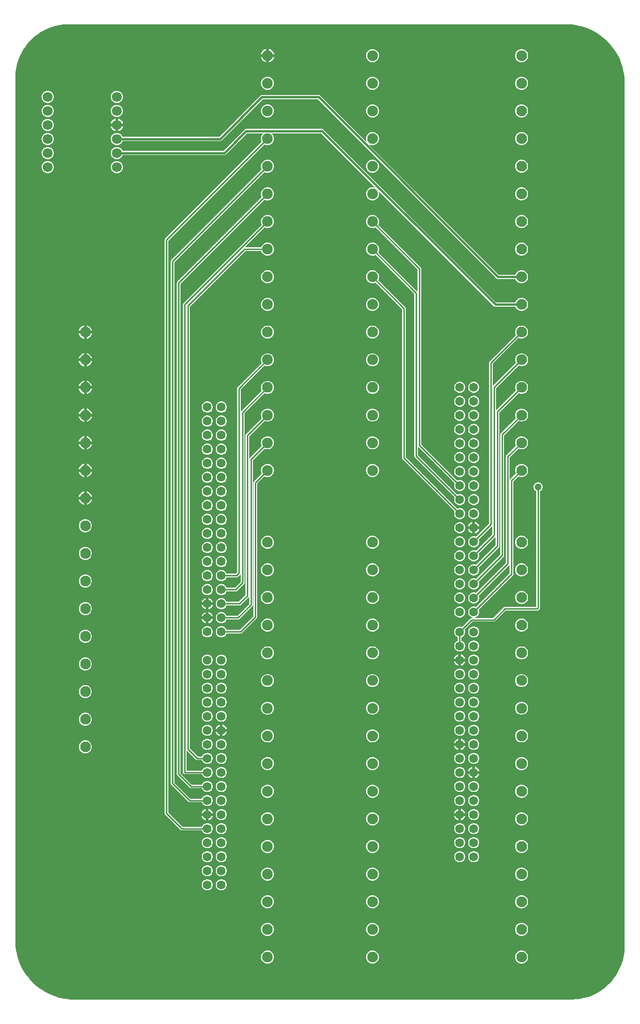
<source format=gbl>
G04*
G04 #@! TF.GenerationSoftware,Altium Limited,Altium Designer,24.4.1 (13)*
G04*
G04 Layer_Physical_Order=2*
G04 Layer_Color=16711680*
%FSLAX25Y25*%
%MOIN*%
G70*
G04*
G04 #@! TF.SameCoordinates,596A526C-B165-46D2-86D2-354CEF31AD50*
G04*
G04*
G04 #@! TF.FilePolarity,Positive*
G04*
G01*
G75*
%ADD11C,0.01000*%
%ADD16C,0.01500*%
%ADD17C,0.07087*%
%ADD18C,0.07677*%
%ADD19C,0.06299*%
%ADD20C,0.05000*%
G36*
X118110Y711394D02*
Y711394D01*
X118111Y711394D01*
X472099D01*
X472441Y711394D01*
Y711394D01*
X472790Y711392D01*
X475780Y711262D01*
X476331Y711218D01*
X479498Y710801D01*
X479862Y710744D01*
X483341Y709972D01*
X486845Y708868D01*
X490240Y707462D01*
X493499Y705765D01*
X496504Y703851D01*
X496803Y703633D01*
X499337Y701689D01*
X499757Y701330D01*
X501999Y699276D01*
X502426Y698849D01*
X504479Y696608D01*
X504839Y696187D01*
X506783Y693653D01*
X507000Y693355D01*
X508915Y690349D01*
X510611Y687090D01*
X512017Y683696D01*
X513122Y680192D01*
X513893Y676713D01*
X513951Y676348D01*
X514368Y673181D01*
X514411Y672630D01*
X514542Y669640D01*
X514544Y669291D01*
X514544Y669291D01*
Y55118D01*
X514544Y55118D01*
Y54729D01*
X514398Y51764D01*
X514322Y50990D01*
X513886Y48054D01*
X513735Y47291D01*
X513013Y44411D01*
X512788Y43667D01*
X511787Y40872D01*
X511490Y40154D01*
X510220Y37470D01*
X509854Y36784D01*
X508328Y34237D01*
X507896Y33591D01*
X506127Y31206D01*
X505634Y30606D01*
X503640Y28406D01*
X503090Y27856D01*
X500890Y25862D01*
X500290Y25369D01*
X497905Y23600D01*
X497259Y23168D01*
X494712Y21642D01*
X494027Y21276D01*
X491342Y20006D01*
X490625Y19709D01*
X487829Y18708D01*
X487085Y18483D01*
X484205Y17761D01*
X483443Y17610D01*
X480506Y17174D01*
X479732Y17098D01*
X476766Y16952D01*
X476378D01*
X476378Y16952D01*
X122047D01*
X122047Y16952D01*
X121745D01*
X118708Y17085D01*
X118157Y17128D01*
X114990Y17545D01*
X114626Y17603D01*
X111147Y18374D01*
X107643Y19479D01*
X104248Y20885D01*
X100989Y22581D01*
X97984Y24496D01*
X97686Y24713D01*
X95151Y26658D01*
X94731Y27016D01*
X92489Y29070D01*
X92063Y29497D01*
X90008Y31739D01*
X89650Y32159D01*
X87705Y34694D01*
X87488Y34992D01*
X85574Y37997D01*
X83877Y41256D01*
X82471Y44651D01*
X81366Y48155D01*
X80595Y51634D01*
X80537Y51998D01*
X80120Y55165D01*
X80077Y55716D01*
X79946Y58706D01*
X79944Y59055D01*
D01*
X79944Y59401D01*
Y673228D01*
X79944Y673229D01*
Y673617D01*
X80090Y676583D01*
X80166Y677356D01*
X80602Y680293D01*
X80753Y681055D01*
X81475Y683935D01*
X81700Y684679D01*
X82701Y687475D01*
X82998Y688193D01*
X84268Y690877D01*
X84634Y691562D01*
X86161Y694109D01*
X86592Y694755D01*
X88361Y697140D01*
X88854Y697741D01*
X90848Y699941D01*
X91398Y700491D01*
X93598Y702485D01*
X94198Y702977D01*
X96583Y704746D01*
X97229Y705178D01*
X99776Y706705D01*
X100462Y707071D01*
X103146Y708340D01*
X103864Y708638D01*
X106659Y709638D01*
X107403Y709864D01*
X110283Y710585D01*
X111046Y710737D01*
X113982Y711172D01*
X114756Y711248D01*
X117723Y711394D01*
X117760D01*
X118110Y711394D01*
D02*
G37*
%LPC*%
G36*
X260842Y693718D02*
Y689976D01*
X264584D01*
X264351Y690844D01*
X263714Y691947D01*
X262813Y692848D01*
X261710Y693485D01*
X260842Y693718D01*
D02*
G37*
G36*
X258842Y693718D02*
X257975Y693485D01*
X256872Y692848D01*
X255971Y691947D01*
X255334Y690844D01*
X255101Y689976D01*
X258842D01*
Y693718D01*
D02*
G37*
G36*
X441554Y693602D02*
X440336D01*
X439159Y693287D01*
X438104Y692678D01*
X437243Y691817D01*
X436634Y690762D01*
X436319Y689585D01*
Y688367D01*
X436634Y687191D01*
X437243Y686136D01*
X438104Y685275D01*
X439159Y684666D01*
X440336Y684350D01*
X441554D01*
X442730Y684666D01*
X443785Y685275D01*
X444647Y686136D01*
X445256Y687191D01*
X445571Y688367D01*
Y689585D01*
X445256Y690762D01*
X444647Y691817D01*
X443785Y692678D01*
X442730Y693287D01*
X441554Y693602D01*
D02*
G37*
G36*
X335255D02*
X334037D01*
X332860Y693287D01*
X331805Y692678D01*
X330944Y691817D01*
X330335Y690762D01*
X330020Y689585D01*
Y688367D01*
X330335Y687191D01*
X330944Y686136D01*
X331805Y685275D01*
X332860Y684666D01*
X334037Y684350D01*
X335255D01*
X336431Y684666D01*
X337486Y685275D01*
X338347Y686136D01*
X338956Y687191D01*
X339272Y688367D01*
Y689585D01*
X338956Y690762D01*
X338347Y691817D01*
X337486Y692678D01*
X336431Y693287D01*
X335255Y693602D01*
D02*
G37*
G36*
X258842Y687976D02*
X255101D01*
X255334Y687109D01*
X255971Y686005D01*
X256872Y685105D01*
X257975Y684468D01*
X258842Y684235D01*
Y687976D01*
D02*
G37*
G36*
X264584D02*
X260842D01*
Y684235D01*
X261710Y684468D01*
X262813Y685105D01*
X263714Y686005D01*
X264351Y687109D01*
X264584Y687976D01*
D02*
G37*
G36*
X441554Y673917D02*
X440336D01*
X439159Y673602D01*
X438104Y672993D01*
X437243Y672132D01*
X436634Y671077D01*
X436319Y669900D01*
Y668682D01*
X436634Y667506D01*
X437243Y666451D01*
X438104Y665590D01*
X439159Y664981D01*
X440336Y664665D01*
X441554D01*
X442730Y664981D01*
X443785Y665590D01*
X444647Y666451D01*
X445256Y667506D01*
X445571Y668682D01*
Y669900D01*
X445256Y671077D01*
X444647Y672132D01*
X443785Y672993D01*
X442730Y673602D01*
X441554Y673917D01*
D02*
G37*
G36*
X335255D02*
X334037D01*
X332860Y673602D01*
X331805Y672993D01*
X330944Y672132D01*
X330335Y671077D01*
X330020Y669900D01*
Y668682D01*
X330335Y667506D01*
X330944Y666451D01*
X331805Y665590D01*
X332860Y664981D01*
X334037Y664665D01*
X335255D01*
X336431Y664981D01*
X337486Y665590D01*
X338347Y666451D01*
X338956Y667506D01*
X339272Y668682D01*
Y669900D01*
X338956Y671077D01*
X338347Y672132D01*
X337486Y672993D01*
X336431Y673602D01*
X335255Y673917D01*
D02*
G37*
G36*
X260452D02*
X259233D01*
X258057Y673602D01*
X257002Y672993D01*
X256141Y672132D01*
X255532Y671077D01*
X255217Y669900D01*
Y668682D01*
X255532Y667506D01*
X256141Y666451D01*
X257002Y665590D01*
X258057Y664981D01*
X259233Y664665D01*
X260452D01*
X261628Y664981D01*
X262683Y665590D01*
X263544Y666451D01*
X264153Y667506D01*
X264469Y668682D01*
Y669900D01*
X264153Y671077D01*
X263544Y672132D01*
X262683Y672993D01*
X261628Y673602D01*
X260452Y673917D01*
D02*
G37*
G36*
X152932Y664016D02*
X151792D01*
X150691Y663721D01*
X149703Y663151D01*
X148897Y662344D01*
X148327Y661357D01*
X148031Y660255D01*
Y659115D01*
X148327Y658013D01*
X148897Y657026D01*
X149703Y656220D01*
X150691Y655650D01*
X151792Y655354D01*
X152932D01*
X154034Y655650D01*
X155021Y656220D01*
X155828Y657026D01*
X156398Y658013D01*
X156693Y659115D01*
Y660255D01*
X156398Y661357D01*
X155828Y662344D01*
X155021Y663151D01*
X154034Y663721D01*
X152932Y664016D01*
D02*
G37*
G36*
X103720D02*
X102579D01*
X101478Y663721D01*
X100490Y663151D01*
X99684Y662344D01*
X99114Y661357D01*
X98819Y660255D01*
Y659115D01*
X99114Y658013D01*
X99684Y657026D01*
X100490Y656220D01*
X101478Y655650D01*
X102579Y655354D01*
X103720D01*
X104821Y655650D01*
X105809Y656220D01*
X106615Y657026D01*
X107185Y658013D01*
X107480Y659115D01*
Y660255D01*
X107185Y661357D01*
X106615Y662344D01*
X105809Y663151D01*
X104821Y663721D01*
X103720Y664016D01*
D02*
G37*
G36*
X152932Y654016D02*
X151792D01*
X150691Y653721D01*
X149703Y653151D01*
X148897Y652344D01*
X148327Y651357D01*
X148031Y650255D01*
Y649115D01*
X148327Y648013D01*
X148897Y647026D01*
X149703Y646220D01*
X150691Y645649D01*
X151792Y645354D01*
X152932D01*
X154034Y645649D01*
X155021Y646220D01*
X155828Y647026D01*
X156398Y648013D01*
X156693Y649115D01*
Y650255D01*
X156398Y651357D01*
X155828Y652344D01*
X155021Y653151D01*
X154034Y653721D01*
X152932Y654016D01*
D02*
G37*
G36*
X103720D02*
X102579D01*
X101478Y653721D01*
X100490Y653151D01*
X99684Y652344D01*
X99114Y651357D01*
X98819Y650255D01*
Y649115D01*
X99114Y648013D01*
X99684Y647026D01*
X100490Y646220D01*
X101478Y645649D01*
X102579Y645354D01*
X103720D01*
X104821Y645649D01*
X105809Y646220D01*
X106615Y647026D01*
X107185Y648013D01*
X107480Y649115D01*
Y650255D01*
X107185Y651357D01*
X106615Y652344D01*
X105809Y653151D01*
X104821Y653721D01*
X103720Y654016D01*
D02*
G37*
G36*
X441554Y654232D02*
X440336D01*
X439159Y653917D01*
X438104Y653308D01*
X437243Y652447D01*
X436634Y651392D01*
X436319Y650215D01*
Y648997D01*
X436634Y647821D01*
X437243Y646766D01*
X438104Y645905D01*
X439159Y645296D01*
X440336Y644980D01*
X441554D01*
X442730Y645296D01*
X443785Y645905D01*
X444647Y646766D01*
X445256Y647821D01*
X445571Y648997D01*
Y650215D01*
X445256Y651392D01*
X444647Y652447D01*
X443785Y653308D01*
X442730Y653917D01*
X441554Y654232D01*
D02*
G37*
G36*
X335255D02*
X334037D01*
X332860Y653917D01*
X331805Y653308D01*
X330944Y652447D01*
X330335Y651392D01*
X330020Y650215D01*
Y648997D01*
X330335Y647821D01*
X330944Y646766D01*
X331805Y645905D01*
X332860Y645296D01*
X334037Y644980D01*
X335255D01*
X336431Y645296D01*
X337486Y645905D01*
X338347Y646766D01*
X338956Y647821D01*
X339272Y648997D01*
Y650215D01*
X338956Y651392D01*
X338347Y652447D01*
X337486Y653308D01*
X336431Y653917D01*
X335255Y654232D01*
D02*
G37*
G36*
X260452D02*
X259233D01*
X258057Y653917D01*
X257002Y653308D01*
X256141Y652447D01*
X255532Y651392D01*
X255217Y650215D01*
Y648997D01*
X255532Y647821D01*
X256141Y646766D01*
X257002Y645905D01*
X258057Y645296D01*
X259233Y644980D01*
X260452D01*
X261628Y645296D01*
X262683Y645905D01*
X263544Y646766D01*
X264153Y647821D01*
X264469Y648997D01*
Y650215D01*
X264153Y651392D01*
X263544Y652447D01*
X262683Y653308D01*
X261628Y653917D01*
X260452Y654232D01*
D02*
G37*
G36*
X153362Y644121D02*
Y640685D01*
X156798D01*
X156596Y641439D01*
X155998Y642475D01*
X155152Y643321D01*
X154116Y643919D01*
X153362Y644121D01*
D02*
G37*
G36*
X151362D02*
X150609Y643919D01*
X149573Y643321D01*
X148727Y642475D01*
X148128Y641439D01*
X147927Y640685D01*
X151362D01*
Y644121D01*
D02*
G37*
G36*
X103720Y644016D02*
X102579D01*
X101478Y643721D01*
X100490Y643151D01*
X99684Y642344D01*
X99114Y641357D01*
X98819Y640255D01*
Y639115D01*
X99114Y638014D01*
X99684Y637026D01*
X100490Y636220D01*
X101478Y635649D01*
X102579Y635354D01*
X103720D01*
X104821Y635649D01*
X105809Y636220D01*
X106615Y637026D01*
X107185Y638014D01*
X107480Y639115D01*
Y640255D01*
X107185Y641357D01*
X106615Y642344D01*
X105809Y643151D01*
X104821Y643721D01*
X103720Y644016D01*
D02*
G37*
G36*
X156798Y638685D02*
X153362D01*
Y635249D01*
X154116Y635451D01*
X155152Y636050D01*
X155998Y636895D01*
X156596Y637931D01*
X156798Y638685D01*
D02*
G37*
G36*
X151362D02*
X147927D01*
X148128Y637931D01*
X148727Y636895D01*
X149573Y636050D01*
X150609Y635451D01*
X151362Y635249D01*
Y638685D01*
D02*
G37*
G36*
X103720Y634016D02*
X102579D01*
X101478Y633721D01*
X100490Y633150D01*
X99684Y632344D01*
X99114Y631357D01*
X98819Y630255D01*
Y629115D01*
X99114Y628014D01*
X99684Y627026D01*
X100490Y626220D01*
X101478Y625649D01*
X102579Y625354D01*
X103720D01*
X104821Y625649D01*
X105809Y626220D01*
X106615Y627026D01*
X107185Y628014D01*
X107480Y629115D01*
Y630255D01*
X107185Y631357D01*
X106615Y632344D01*
X105809Y633150D01*
X104821Y633721D01*
X103720Y634016D01*
D02*
G37*
G36*
X441554Y634547D02*
X440336D01*
X439159Y634232D01*
X438104Y633623D01*
X437243Y632762D01*
X436634Y631707D01*
X436319Y630530D01*
Y629312D01*
X436634Y628136D01*
X437243Y627081D01*
X438104Y626220D01*
X439159Y625610D01*
X440336Y625295D01*
X441554D01*
X442730Y625610D01*
X443785Y626220D01*
X444647Y627081D01*
X445256Y628136D01*
X445571Y629312D01*
Y630530D01*
X445256Y631707D01*
X444647Y632762D01*
X443785Y633623D01*
X442730Y634232D01*
X441554Y634547D01*
D02*
G37*
G36*
X296260Y661016D02*
X255906D01*
X255306Y660897D01*
X254797Y660557D01*
X225493Y631253D01*
X156426D01*
X156398Y631357D01*
X155828Y632344D01*
X155021Y633150D01*
X154034Y633721D01*
X152932Y634016D01*
X151792D01*
X150691Y633721D01*
X149703Y633150D01*
X148897Y632344D01*
X148327Y631357D01*
X148031Y630255D01*
Y629115D01*
X148327Y628014D01*
X148897Y627026D01*
X149703Y626220D01*
X150691Y625649D01*
X151792Y625354D01*
X152932D01*
X154034Y625649D01*
X155021Y626220D01*
X155828Y627026D01*
X156398Y628014D01*
X156426Y628118D01*
X226142D01*
X226742Y628237D01*
X227250Y628577D01*
X256555Y657881D01*
X295611D01*
X423104Y530388D01*
X423613Y530048D01*
X424213Y529928D01*
X436576D01*
X436634Y529710D01*
X437243Y528656D01*
X438104Y527794D01*
X439159Y527185D01*
X440336Y526870D01*
X441554D01*
X442730Y527185D01*
X443785Y527794D01*
X444647Y528656D01*
X445256Y529710D01*
X445571Y530887D01*
Y532105D01*
X445256Y533282D01*
X444647Y534336D01*
X443785Y535198D01*
X442730Y535807D01*
X441554Y536122D01*
X440336D01*
X439159Y535807D01*
X438104Y535198D01*
X437243Y534336D01*
X436634Y533282D01*
X436576Y533064D01*
X424862D01*
X332527Y625399D01*
X332741Y625679D01*
X332860Y625610D01*
X334037Y625295D01*
X335255D01*
X336431Y625610D01*
X337486Y626220D01*
X338347Y627081D01*
X338956Y628136D01*
X339272Y629312D01*
Y630530D01*
X338956Y631707D01*
X338347Y632762D01*
X337486Y633623D01*
X336431Y634232D01*
X335255Y634547D01*
X334037D01*
X332860Y634232D01*
X331805Y633623D01*
X330944Y632762D01*
X330335Y631707D01*
X330020Y630530D01*
Y629312D01*
X330335Y628136D01*
X330403Y628017D01*
X330123Y627802D01*
X297368Y660557D01*
X296860Y660897D01*
X296760Y660917D01*
X296260Y661016D01*
D02*
G37*
G36*
X103720Y624016D02*
X102579D01*
X101478Y623721D01*
X100490Y623150D01*
X99684Y622344D01*
X99114Y621357D01*
X98819Y620255D01*
Y619115D01*
X99114Y618013D01*
X99684Y617026D01*
X100490Y616220D01*
X101478Y615650D01*
X102579Y615354D01*
X103720D01*
X104821Y615650D01*
X105809Y616220D01*
X106615Y617026D01*
X107185Y618013D01*
X107480Y619115D01*
Y620255D01*
X107185Y621357D01*
X106615Y622344D01*
X105809Y623150D01*
X104821Y623721D01*
X103720Y624016D01*
D02*
G37*
G36*
X441554Y614862D02*
X440336D01*
X439159Y614547D01*
X438104Y613938D01*
X437243Y613077D01*
X436634Y612022D01*
X436319Y610845D01*
Y609627D01*
X436634Y608451D01*
X437243Y607396D01*
X438104Y606534D01*
X439159Y605926D01*
X440336Y605610D01*
X441554D01*
X442730Y605926D01*
X443785Y606534D01*
X444647Y607396D01*
X445256Y608451D01*
X445571Y609627D01*
Y610845D01*
X445256Y612022D01*
X444647Y613077D01*
X443785Y613938D01*
X442730Y614547D01*
X441554Y614862D01*
D02*
G37*
G36*
X335255D02*
X334037D01*
X332860Y614547D01*
X331805Y613938D01*
X330944Y613077D01*
X330335Y612022D01*
X330020Y610845D01*
Y609627D01*
X330335Y608451D01*
X330944Y607396D01*
X331805Y606534D01*
X332860Y605926D01*
X334037Y605610D01*
X335255D01*
X336431Y605926D01*
X337486Y606534D01*
X338347Y607396D01*
X338956Y608451D01*
X339272Y609627D01*
Y610845D01*
X338956Y612022D01*
X338347Y613077D01*
X337486Y613938D01*
X336431Y614547D01*
X335255Y614862D01*
D02*
G37*
G36*
X260452D02*
X259233D01*
X258057Y614547D01*
X257002Y613938D01*
X256141Y613077D01*
X255532Y612022D01*
X255217Y610845D01*
Y609627D01*
X255532Y608451D01*
X255777Y608027D01*
X191198Y543448D01*
X190913Y543022D01*
X190813Y542520D01*
Y170866D01*
X190913Y170364D01*
X191198Y169938D01*
X203324Y157812D01*
X203750Y157527D01*
X204252Y157428D01*
X213126D01*
X213182Y157221D01*
X213700Y156323D01*
X214433Y155590D01*
X215331Y155071D01*
X216332Y154803D01*
X217369D01*
X218370Y155071D01*
X219268Y155590D01*
X220001Y156323D01*
X220519Y157221D01*
X220787Y158222D01*
Y159258D01*
X220519Y160260D01*
X220001Y161158D01*
X219268Y161891D01*
X218370Y162409D01*
X217369Y162677D01*
X216332D01*
X215331Y162409D01*
X214433Y161891D01*
X213700Y161158D01*
X213182Y160260D01*
X213126Y160053D01*
X204796D01*
X193439Y171410D01*
Y541976D01*
X257633Y606170D01*
X258057Y605926D01*
X259233Y605610D01*
X260452D01*
X261628Y605926D01*
X262683Y606534D01*
X263544Y607396D01*
X264153Y608451D01*
X264469Y609627D01*
Y610845D01*
X264153Y612022D01*
X263544Y613077D01*
X262683Y613938D01*
X261628Y614547D01*
X260452Y614862D01*
D02*
G37*
G36*
X152932Y614016D02*
X151792D01*
X150691Y613721D01*
X149703Y613151D01*
X148897Y612344D01*
X148327Y611357D01*
X148031Y610255D01*
Y609115D01*
X148327Y608013D01*
X148897Y607026D01*
X149703Y606220D01*
X150691Y605650D01*
X151792Y605354D01*
X152932D01*
X154034Y605650D01*
X155021Y606220D01*
X155828Y607026D01*
X156398Y608013D01*
X156693Y609115D01*
Y610255D01*
X156398Y611357D01*
X155828Y612344D01*
X155021Y613151D01*
X154034Y613721D01*
X152932Y614016D01*
D02*
G37*
G36*
X103720D02*
X102579D01*
X101478Y613721D01*
X100490Y613151D01*
X99684Y612344D01*
X99114Y611357D01*
X98819Y610255D01*
Y609115D01*
X99114Y608013D01*
X99684Y607026D01*
X100490Y606220D01*
X101478Y605650D01*
X102579Y605354D01*
X103720D01*
X104821Y605650D01*
X105809Y606220D01*
X106615Y607026D01*
X107185Y608013D01*
X107480Y609115D01*
Y610255D01*
X107185Y611357D01*
X106615Y612344D01*
X105809Y613151D01*
X104821Y613721D01*
X103720Y614016D01*
D02*
G37*
G36*
X298758Y636865D02*
X244549D01*
X243949Y636745D01*
X243441Y636406D01*
X228288Y621253D01*
X156426D01*
X156398Y621357D01*
X155828Y622344D01*
X155021Y623150D01*
X154034Y623721D01*
X152932Y624016D01*
X151792D01*
X150691Y623721D01*
X149703Y623150D01*
X148897Y622344D01*
X148327Y621357D01*
X148031Y620255D01*
Y619115D01*
X148327Y618013D01*
X148897Y617026D01*
X149703Y616220D01*
X150691Y615650D01*
X151792Y615354D01*
X152932D01*
X154034Y615650D01*
X155021Y616220D01*
X155828Y617026D01*
X156398Y618013D01*
X156426Y618118D01*
X228937D01*
X229537Y618237D01*
X230045Y618577D01*
X245198Y633730D01*
X256614D01*
X256759Y633380D01*
X256141Y632762D01*
X255532Y631707D01*
X255217Y630530D01*
Y629312D01*
X255532Y628136D01*
X255777Y627712D01*
X186867Y558802D01*
X186583Y558376D01*
X186483Y557874D01*
Y149606D01*
X186583Y149104D01*
X186867Y148678D01*
X197733Y137812D01*
X198159Y137528D01*
X198661Y137427D01*
X213126D01*
X213182Y137221D01*
X213700Y136323D01*
X214433Y135590D01*
X215331Y135072D01*
X216332Y134803D01*
X217369D01*
X218370Y135072D01*
X219268Y135590D01*
X220001Y136323D01*
X220519Y137221D01*
X220787Y138222D01*
Y139259D01*
X220519Y140260D01*
X220001Y141157D01*
X219268Y141891D01*
X218370Y142409D01*
X217369Y142677D01*
X216332D01*
X215331Y142409D01*
X214433Y141891D01*
X213700Y141157D01*
X213182Y140260D01*
X213126Y140053D01*
X199205D01*
X189108Y150150D01*
Y557330D01*
X257633Y625855D01*
X258057Y625610D01*
X259233Y625295D01*
X260452D01*
X261628Y625610D01*
X262683Y626220D01*
X263544Y627081D01*
X264153Y628136D01*
X264469Y629312D01*
Y630530D01*
X264153Y631707D01*
X263544Y632762D01*
X262926Y633380D01*
X263071Y633730D01*
X298109D01*
X336765Y595073D01*
X336550Y594793D01*
X336431Y594862D01*
X335255Y595177D01*
X334037D01*
X332860Y594862D01*
X331805Y594253D01*
X330944Y593392D01*
X330335Y592337D01*
X330020Y591160D01*
Y589942D01*
X330335Y588766D01*
X330944Y587711D01*
X331805Y586849D01*
X332860Y586240D01*
X334037Y585925D01*
X335255D01*
X336431Y586240D01*
X337486Y586849D01*
X338347Y587711D01*
X338956Y588766D01*
X339272Y589942D01*
Y591160D01*
X338956Y592337D01*
X338888Y592456D01*
X339168Y592670D01*
X421136Y510703D01*
X421644Y510363D01*
X422244Y510244D01*
X436576D01*
X436634Y510025D01*
X437243Y508971D01*
X438104Y508109D01*
X439159Y507500D01*
X440336Y507185D01*
X441554D01*
X442730Y507500D01*
X443785Y508109D01*
X444647Y508971D01*
X445256Y510025D01*
X445571Y511202D01*
Y512420D01*
X445256Y513597D01*
X444647Y514651D01*
X443785Y515513D01*
X442730Y516122D01*
X441554Y516437D01*
X440336D01*
X439159Y516122D01*
X438104Y515513D01*
X437243Y514651D01*
X436634Y513597D01*
X436576Y513378D01*
X422893D01*
X299866Y636406D01*
X299358Y636745D01*
X299258Y636765D01*
X298758Y636865D01*
D02*
G37*
G36*
X441554Y595177D02*
X440336D01*
X439159Y594862D01*
X438104Y594253D01*
X437243Y593392D01*
X436634Y592337D01*
X436319Y591160D01*
Y589942D01*
X436634Y588766D01*
X437243Y587711D01*
X438104Y586849D01*
X439159Y586240D01*
X440336Y585925D01*
X441554D01*
X442730Y586240D01*
X443785Y586849D01*
X444647Y587711D01*
X445256Y588766D01*
X445571Y589942D01*
Y591160D01*
X445256Y592337D01*
X444647Y593392D01*
X443785Y594253D01*
X442730Y594862D01*
X441554Y595177D01*
D02*
G37*
G36*
X260452D02*
X259233D01*
X258057Y594862D01*
X257002Y594253D01*
X256141Y593392D01*
X255532Y592337D01*
X255217Y591160D01*
Y589942D01*
X255532Y588766D01*
X255777Y588342D01*
X195549Y528114D01*
X195264Y527688D01*
X195165Y527186D01*
Y177539D01*
X195264Y177036D01*
X195549Y176610D01*
X204347Y167812D01*
X204773Y167527D01*
X205276Y167428D01*
X213126D01*
X213182Y167221D01*
X213700Y166323D01*
X214433Y165590D01*
X215331Y165071D01*
X216332Y164803D01*
X217369D01*
X218370Y165071D01*
X219268Y165590D01*
X220001Y166323D01*
X220519Y167221D01*
X220787Y168222D01*
Y169258D01*
X220519Y170260D01*
X220001Y171158D01*
X219268Y171891D01*
X218370Y172409D01*
X217369Y172677D01*
X216332D01*
X215331Y172409D01*
X214433Y171891D01*
X213700Y171158D01*
X213182Y170260D01*
X213126Y170053D01*
X205819D01*
X197790Y178082D01*
Y526642D01*
X257633Y586485D01*
X258057Y586240D01*
X259233Y585925D01*
X260452D01*
X261628Y586240D01*
X262683Y586849D01*
X263544Y587711D01*
X264153Y588766D01*
X264469Y589942D01*
Y591160D01*
X264153Y592337D01*
X263544Y593392D01*
X262683Y594253D01*
X261628Y594862D01*
X260452Y595177D01*
D02*
G37*
G36*
X441554Y575492D02*
X440336D01*
X439159Y575177D01*
X438104Y574568D01*
X437243Y573707D01*
X436634Y572652D01*
X436319Y571475D01*
Y570257D01*
X436634Y569081D01*
X437243Y568026D01*
X438104Y567165D01*
X439159Y566556D01*
X440336Y566240D01*
X441554D01*
X442730Y566556D01*
X443785Y567165D01*
X444647Y568026D01*
X445256Y569081D01*
X445571Y570257D01*
Y571475D01*
X445256Y572652D01*
X444647Y573707D01*
X443785Y574568D01*
X442730Y575177D01*
X441554Y575492D01*
D02*
G37*
G36*
X260452D02*
X259233D01*
X258057Y575177D01*
X257002Y574568D01*
X256141Y573707D01*
X255532Y572652D01*
X255217Y571475D01*
Y570257D01*
X255532Y569081D01*
X255777Y568657D01*
X199859Y512739D01*
X199575Y512313D01*
X199475Y511811D01*
Y178740D01*
X199575Y178238D01*
X199859Y177812D01*
X200285Y177527D01*
X200787Y177427D01*
X213126D01*
X213182Y177221D01*
X213700Y176323D01*
X214433Y175590D01*
X215331Y175072D01*
X216332Y174803D01*
X217369D01*
X218370Y175072D01*
X219268Y175590D01*
X220001Y176323D01*
X220519Y177221D01*
X220787Y178222D01*
Y179259D01*
X220519Y180260D01*
X220001Y181158D01*
X219268Y181891D01*
X218370Y182409D01*
X217369Y182677D01*
X216332D01*
X215331Y182409D01*
X214433Y181891D01*
X213700Y181158D01*
X213182Y180260D01*
X213126Y180053D01*
X202100D01*
Y193974D01*
X202450Y194119D01*
X208757Y187812D01*
X209183Y187528D01*
X209685Y187427D01*
X213126D01*
X213182Y187221D01*
X213700Y186323D01*
X214433Y185590D01*
X215331Y185072D01*
X216332Y184803D01*
X217369D01*
X218370Y185072D01*
X219268Y185590D01*
X220001Y186323D01*
X220519Y187221D01*
X220787Y188222D01*
Y189259D01*
X220519Y190260D01*
X220001Y191157D01*
X219268Y191891D01*
X218370Y192409D01*
X217369Y192677D01*
X216332D01*
X215331Y192409D01*
X214433Y191891D01*
X213700Y191157D01*
X213182Y190260D01*
X213126Y190053D01*
X210229D01*
X204462Y195819D01*
Y510378D01*
X243953Y549869D01*
X255405D01*
X255532Y549396D01*
X256141Y548341D01*
X257002Y547479D01*
X258057Y546871D01*
X259233Y546555D01*
X260452D01*
X261628Y546871D01*
X262683Y547479D01*
X263544Y548341D01*
X264153Y549396D01*
X264469Y550572D01*
Y551790D01*
X264153Y552967D01*
X263544Y554022D01*
X262683Y554883D01*
X261628Y555492D01*
X260452Y555807D01*
X259233D01*
X258057Y555492D01*
X257002Y554883D01*
X256141Y554022D01*
X255532Y552967D01*
X255405Y552494D01*
X243822D01*
X243676Y552844D01*
X257633Y566800D01*
X258057Y566556D01*
X259233Y566240D01*
X260452D01*
X261628Y566556D01*
X262683Y567165D01*
X263544Y568026D01*
X264153Y569081D01*
X264469Y570257D01*
Y571475D01*
X264153Y572652D01*
X263544Y573707D01*
X262683Y574568D01*
X261628Y575177D01*
X260452Y575492D01*
D02*
G37*
G36*
X441554Y555807D02*
X440336D01*
X439159Y555492D01*
X438104Y554883D01*
X437243Y554022D01*
X436634Y552967D01*
X436319Y551790D01*
Y550572D01*
X436634Y549396D01*
X437243Y548341D01*
X438104Y547479D01*
X439159Y546871D01*
X440336Y546555D01*
X441554D01*
X442730Y546871D01*
X443785Y547479D01*
X444647Y548341D01*
X445256Y549396D01*
X445571Y550572D01*
Y551790D01*
X445256Y552967D01*
X444647Y554022D01*
X443785Y554883D01*
X442730Y555492D01*
X441554Y555807D01*
D02*
G37*
G36*
X260452Y536122D02*
X259233D01*
X258057Y535807D01*
X257002Y535198D01*
X256141Y534336D01*
X255532Y533282D01*
X255217Y532105D01*
Y530887D01*
X255532Y529710D01*
X256141Y528656D01*
X257002Y527794D01*
X258057Y527185D01*
X259233Y526870D01*
X260452D01*
X261628Y527185D01*
X262683Y527794D01*
X263544Y528656D01*
X264153Y529710D01*
X264469Y530887D01*
Y532105D01*
X264153Y533282D01*
X263544Y534336D01*
X262683Y535198D01*
X261628Y535807D01*
X260452Y536122D01*
D02*
G37*
G36*
X335255Y575492D02*
X334037D01*
X332860Y575177D01*
X331805Y574568D01*
X330944Y573707D01*
X330335Y572652D01*
X330020Y571475D01*
Y570257D01*
X330335Y569081D01*
X330944Y568026D01*
X331805Y567165D01*
X332860Y566556D01*
X334037Y566240D01*
X335255D01*
X336431Y566556D01*
X336855Y566800D01*
X366866Y536789D01*
Y521312D01*
X366516Y521167D01*
X338712Y548972D01*
X338956Y549396D01*
X339272Y550572D01*
Y551790D01*
X338956Y552967D01*
X338347Y554022D01*
X337486Y554883D01*
X336431Y555492D01*
X335255Y555807D01*
X334037D01*
X332860Y555492D01*
X331805Y554883D01*
X330944Y554022D01*
X330335Y552967D01*
X330020Y551790D01*
Y550572D01*
X330335Y549396D01*
X330944Y548341D01*
X331805Y547479D01*
X332860Y546871D01*
X334037Y546555D01*
X335255D01*
X336431Y546871D01*
X336855Y547115D01*
X364567Y519403D01*
Y403884D01*
X364667Y403382D01*
X364952Y402956D01*
X393289Y374619D01*
X393182Y374433D01*
X392913Y373432D01*
Y372395D01*
X393182Y371394D01*
X393700Y370496D01*
X394433Y369763D01*
X395331Y369245D01*
X396332Y368976D01*
X397369D01*
X398370Y369245D01*
X399268Y369763D01*
X400001Y370496D01*
X400519Y371394D01*
X400787Y372395D01*
Y373432D01*
X400519Y374433D01*
X400001Y375331D01*
X399268Y376064D01*
X398370Y376582D01*
X397369Y376850D01*
X396332D01*
X395331Y376582D01*
X395145Y376475D01*
X367193Y404428D01*
Y410220D01*
X367543Y410365D01*
X393289Y384619D01*
X393182Y384433D01*
X392913Y383432D01*
Y382395D01*
X393182Y381394D01*
X393700Y380496D01*
X394433Y379763D01*
X395331Y379245D01*
X396332Y378976D01*
X397369D01*
X398370Y379245D01*
X399268Y379763D01*
X400001Y380496D01*
X400519Y381394D01*
X400787Y382395D01*
Y383432D01*
X400519Y384433D01*
X400001Y385331D01*
X399268Y386064D01*
X398370Y386582D01*
X397369Y386850D01*
X396332D01*
X395331Y386582D01*
X395145Y386475D01*
X369492Y412128D01*
Y537333D01*
X369392Y537835D01*
X369107Y538261D01*
X338712Y568657D01*
X338956Y569081D01*
X339272Y570257D01*
Y571475D01*
X338956Y572652D01*
X338347Y573707D01*
X337486Y574568D01*
X336431Y575177D01*
X335255Y575492D01*
D02*
G37*
G36*
Y516437D02*
X334037D01*
X332860Y516122D01*
X331805Y515513D01*
X330944Y514651D01*
X330335Y513597D01*
X330020Y512420D01*
Y511202D01*
X330335Y510025D01*
X330944Y508971D01*
X331805Y508109D01*
X332860Y507500D01*
X334037Y507185D01*
X335255D01*
X336431Y507500D01*
X337486Y508109D01*
X338347Y508971D01*
X338956Y510025D01*
X339272Y511202D01*
Y512420D01*
X338956Y513597D01*
X338347Y514651D01*
X337486Y515513D01*
X336431Y516122D01*
X335255Y516437D01*
D02*
G37*
G36*
X260452D02*
X259233D01*
X258057Y516122D01*
X257002Y515513D01*
X256141Y514651D01*
X255532Y513597D01*
X255217Y512420D01*
Y511202D01*
X255532Y510025D01*
X256141Y508971D01*
X257002Y508109D01*
X258057Y507500D01*
X259233Y507185D01*
X260452D01*
X261628Y507500D01*
X262683Y508109D01*
X263544Y508971D01*
X264153Y510025D01*
X264469Y511202D01*
Y512420D01*
X264153Y513597D01*
X263544Y514651D01*
X262683Y515513D01*
X261628Y516122D01*
X260452Y516437D01*
D02*
G37*
G36*
X130921Y496867D02*
Y493126D01*
X134663D01*
X134430Y493994D01*
X133793Y495097D01*
X132892Y495998D01*
X131789Y496635D01*
X130921Y496867D01*
D02*
G37*
G36*
X128921D02*
X128054Y496635D01*
X126951Y495998D01*
X126050Y495097D01*
X125413Y493994D01*
X125180Y493126D01*
X128921D01*
Y496867D01*
D02*
G37*
G36*
X441554Y496752D02*
X440336D01*
X439159Y496437D01*
X438104Y495828D01*
X437243Y494966D01*
X436634Y493912D01*
X436319Y492735D01*
Y491517D01*
X436634Y490340D01*
X436879Y489916D01*
X418239Y471277D01*
X417955Y470851D01*
X417855Y470349D01*
Y355774D01*
X408556Y346475D01*
X408370Y346582D01*
X407369Y346850D01*
X406332D01*
X405331Y346582D01*
X404433Y346064D01*
X403700Y345331D01*
X403182Y344433D01*
X402913Y343432D01*
Y342395D01*
X403182Y341394D01*
X403700Y340496D01*
X404433Y339763D01*
X405331Y339245D01*
X406332Y338976D01*
X407369D01*
X408370Y339245D01*
X409268Y339763D01*
X410001Y340496D01*
X410519Y341394D01*
X410787Y342395D01*
Y343432D01*
X410519Y344433D01*
X410412Y344619D01*
X419804Y354011D01*
X420154Y353866D01*
Y348073D01*
X408556Y336475D01*
X408370Y336582D01*
X407369Y336850D01*
X406332D01*
X405331Y336582D01*
X404433Y336064D01*
X403700Y335331D01*
X403182Y334433D01*
X402913Y333432D01*
Y332395D01*
X403182Y331394D01*
X403700Y330496D01*
X404433Y329763D01*
X405331Y329245D01*
X406332Y328976D01*
X407369D01*
X408370Y329245D01*
X409268Y329763D01*
X410001Y330496D01*
X410519Y331394D01*
X410787Y332395D01*
Y333432D01*
X410519Y334433D01*
X410412Y334619D01*
X422103Y346310D01*
X422453Y346165D01*
Y340372D01*
X408556Y326475D01*
X408370Y326582D01*
X407369Y326850D01*
X406332D01*
X405331Y326582D01*
X404433Y326064D01*
X403700Y325331D01*
X403182Y324433D01*
X402913Y323432D01*
Y322395D01*
X403182Y321394D01*
X403700Y320496D01*
X404433Y319763D01*
X405331Y319245D01*
X406332Y318976D01*
X407369D01*
X408370Y319245D01*
X409268Y319763D01*
X410001Y320496D01*
X410519Y321394D01*
X410787Y322395D01*
Y323432D01*
X410519Y324433D01*
X410412Y324619D01*
X424694Y338901D01*
X424978Y339327D01*
X425078Y339829D01*
Y435033D01*
X438735Y448690D01*
X439159Y448445D01*
X440336Y448130D01*
X441554D01*
X442730Y448445D01*
X443785Y449054D01*
X444647Y449916D01*
X445256Y450970D01*
X445571Y452147D01*
Y453365D01*
X445256Y454542D01*
X444647Y455596D01*
X443785Y456458D01*
X442730Y457067D01*
X441554Y457382D01*
X440336D01*
X439159Y457067D01*
X438104Y456458D01*
X437243Y455596D01*
X436634Y454542D01*
X436319Y453365D01*
Y452147D01*
X436634Y450970D01*
X436879Y450546D01*
X423129Y436797D01*
X422779Y436942D01*
Y452419D01*
X438735Y468375D01*
X439159Y468130D01*
X440336Y467815D01*
X441554D01*
X442730Y468130D01*
X443785Y468739D01*
X444647Y469601D01*
X445256Y470655D01*
X445571Y471832D01*
Y473050D01*
X445256Y474227D01*
X444647Y475281D01*
X443785Y476143D01*
X442730Y476752D01*
X441554Y477067D01*
X440336D01*
X439159Y476752D01*
X438104Y476143D01*
X437243Y475281D01*
X436634Y474227D01*
X436319Y473050D01*
Y471832D01*
X436634Y470655D01*
X436879Y470231D01*
X420830Y454182D01*
X420480Y454327D01*
Y469805D01*
X438735Y488060D01*
X439159Y487815D01*
X440336Y487500D01*
X441554D01*
X442730Y487815D01*
X443785Y488424D01*
X444647Y489286D01*
X445256Y490340D01*
X445571Y491517D01*
Y492735D01*
X445256Y493912D01*
X444647Y494966D01*
X443785Y495828D01*
X442730Y496437D01*
X441554Y496752D01*
D02*
G37*
G36*
X335255D02*
X334037D01*
X332860Y496437D01*
X331805Y495828D01*
X330944Y494966D01*
X330335Y493912D01*
X330020Y492735D01*
Y491517D01*
X330335Y490340D01*
X330944Y489286D01*
X331805Y488424D01*
X332860Y487815D01*
X334037Y487500D01*
X335255D01*
X336431Y487815D01*
X337486Y488424D01*
X338347Y489286D01*
X338956Y490340D01*
X339272Y491517D01*
Y492735D01*
X338956Y493912D01*
X338347Y494966D01*
X337486Y495828D01*
X336431Y496437D01*
X335255Y496752D01*
D02*
G37*
G36*
X260452D02*
X259233D01*
X258057Y496437D01*
X257002Y495828D01*
X256141Y494966D01*
X255532Y493912D01*
X255217Y492735D01*
Y491517D01*
X255532Y490340D01*
X256141Y489286D01*
X257002Y488424D01*
X258057Y487815D01*
X259233Y487500D01*
X260452D01*
X261628Y487815D01*
X262683Y488424D01*
X263544Y489286D01*
X264153Y490340D01*
X264469Y491517D01*
Y492735D01*
X264153Y493912D01*
X263544Y494966D01*
X262683Y495828D01*
X261628Y496437D01*
X260452Y496752D01*
D02*
G37*
G36*
X134663Y491126D02*
X130921D01*
Y487385D01*
X131789Y487617D01*
X132892Y488254D01*
X133793Y489155D01*
X134430Y490258D01*
X134663Y491126D01*
D02*
G37*
G36*
X128921D02*
X125180D01*
X125413Y490258D01*
X126050Y489155D01*
X126951Y488254D01*
X128054Y487617D01*
X128921Y487385D01*
Y491126D01*
D02*
G37*
G36*
X130921Y477182D02*
Y473441D01*
X134663D01*
X134430Y474309D01*
X133793Y475412D01*
X132892Y476313D01*
X131789Y476950D01*
X130921Y477182D01*
D02*
G37*
G36*
X128921D02*
X128054Y476950D01*
X126951Y476313D01*
X126050Y475412D01*
X125413Y474309D01*
X125180Y473441D01*
X128921D01*
Y477182D01*
D02*
G37*
G36*
X335255Y477067D02*
X334037D01*
X332860Y476752D01*
X331805Y476143D01*
X330944Y475281D01*
X330335Y474227D01*
X330020Y473050D01*
Y471832D01*
X330335Y470655D01*
X330944Y469601D01*
X331805Y468739D01*
X332860Y468130D01*
X334037Y467815D01*
X335255D01*
X336431Y468130D01*
X337486Y468739D01*
X338347Y469601D01*
X338956Y470655D01*
X339272Y471832D01*
Y473050D01*
X338956Y474227D01*
X338347Y475281D01*
X337486Y476143D01*
X336431Y476752D01*
X335255Y477067D01*
D02*
G37*
G36*
X260452D02*
X259233D01*
X258057Y476752D01*
X257002Y476143D01*
X256141Y475281D01*
X255532Y474227D01*
X255217Y473050D01*
Y471832D01*
X255532Y470655D01*
X255777Y470231D01*
X238442Y452897D01*
X238157Y452471D01*
X238057Y451968D01*
Y321016D01*
X237173Y320132D01*
X230575D01*
X230519Y320339D01*
X230001Y321236D01*
X229268Y321969D01*
X228370Y322488D01*
X227369Y322756D01*
X226332D01*
X225331Y322488D01*
X224433Y321969D01*
X223700Y321236D01*
X223182Y320339D01*
X222913Y319337D01*
Y318301D01*
X223182Y317299D01*
X223700Y316402D01*
X224433Y315669D01*
X225331Y315150D01*
X226332Y314882D01*
X227369D01*
X228370Y315150D01*
X229268Y315669D01*
X230001Y316402D01*
X230519Y317299D01*
X230575Y317506D01*
X237717D01*
X238219Y317606D01*
X238645Y317891D01*
X240298Y319544D01*
X240463Y319791D01*
X240813Y319685D01*
Y314323D01*
X236622Y310132D01*
X230575D01*
X230519Y310339D01*
X230001Y311236D01*
X229268Y311969D01*
X228370Y312488D01*
X227369Y312756D01*
X226332D01*
X225331Y312488D01*
X224433Y311969D01*
X223700Y311236D01*
X223182Y310339D01*
X222913Y309337D01*
Y308301D01*
X223182Y307299D01*
X223700Y306402D01*
X224433Y305669D01*
X225331Y305150D01*
X226332Y304882D01*
X227369D01*
X228370Y305150D01*
X229268Y305669D01*
X230001Y306402D01*
X230519Y307299D01*
X230575Y307506D01*
X237165D01*
X237668Y307606D01*
X238094Y307891D01*
X243054Y312851D01*
X243339Y313277D01*
X243439Y313779D01*
Y434496D01*
X257633Y448690D01*
X258057Y448445D01*
X259233Y448130D01*
X260452D01*
X261628Y448445D01*
X262683Y449054D01*
X263544Y449916D01*
X264153Y450970D01*
X264469Y452147D01*
Y453365D01*
X264153Y454542D01*
X263544Y455596D01*
X262683Y456458D01*
X261628Y457067D01*
X260452Y457382D01*
X259233D01*
X258057Y457067D01*
X257002Y456458D01*
X256141Y455596D01*
X255532Y454542D01*
X255217Y453365D01*
Y452147D01*
X255532Y450970D01*
X255777Y450546D01*
X241198Y435968D01*
X241033Y435720D01*
X240683Y435827D01*
Y451425D01*
X257633Y468375D01*
X258057Y468130D01*
X259233Y467815D01*
X260452D01*
X261628Y468130D01*
X262683Y468739D01*
X263544Y469601D01*
X264153Y470655D01*
X264469Y471832D01*
Y473050D01*
X264153Y474227D01*
X263544Y475281D01*
X262683Y476143D01*
X261628Y476752D01*
X260452Y477067D01*
D02*
G37*
G36*
X134663Y471441D02*
X130921D01*
Y467700D01*
X131789Y467932D01*
X132892Y468569D01*
X133793Y469470D01*
X134430Y470573D01*
X134663Y471441D01*
D02*
G37*
G36*
X128921D02*
X125180D01*
X125413Y470573D01*
X126050Y469470D01*
X126951Y468569D01*
X128054Y467932D01*
X128921Y467700D01*
Y471441D01*
D02*
G37*
G36*
X130921Y457497D02*
Y453756D01*
X134663D01*
X134430Y454624D01*
X133793Y455727D01*
X132892Y456628D01*
X131789Y457265D01*
X130921Y457497D01*
D02*
G37*
G36*
X128921D02*
X128054Y457265D01*
X126951Y456628D01*
X126050Y455727D01*
X125413Y454624D01*
X125180Y453756D01*
X128921D01*
Y457497D01*
D02*
G37*
G36*
X407369Y456850D02*
X406332D01*
X405331Y456582D01*
X404433Y456064D01*
X403700Y455331D01*
X403182Y454433D01*
X402913Y453432D01*
Y452395D01*
X403182Y451394D01*
X403700Y450496D01*
X404433Y449763D01*
X405331Y449245D01*
X406332Y448976D01*
X407369D01*
X408370Y449245D01*
X409268Y449763D01*
X410001Y450496D01*
X410519Y451394D01*
X410787Y452395D01*
Y453432D01*
X410519Y454433D01*
X410001Y455331D01*
X409268Y456064D01*
X408370Y456582D01*
X407369Y456850D01*
D02*
G37*
G36*
X397369D02*
X396332D01*
X395331Y456582D01*
X394433Y456064D01*
X393700Y455331D01*
X393182Y454433D01*
X392913Y453432D01*
Y452395D01*
X393182Y451394D01*
X393700Y450496D01*
X394433Y449763D01*
X395331Y449245D01*
X396332Y448976D01*
X397369D01*
X398370Y449245D01*
X399268Y449763D01*
X400001Y450496D01*
X400519Y451394D01*
X400787Y452395D01*
Y453432D01*
X400519Y454433D01*
X400001Y455331D01*
X399268Y456064D01*
X398370Y456582D01*
X397369Y456850D01*
D02*
G37*
G36*
X335255Y457382D02*
X334037D01*
X332860Y457067D01*
X331805Y456458D01*
X330944Y455596D01*
X330335Y454542D01*
X330020Y453365D01*
Y452147D01*
X330335Y450970D01*
X330944Y449916D01*
X331805Y449054D01*
X332860Y448445D01*
X334037Y448130D01*
X335255D01*
X336431Y448445D01*
X337486Y449054D01*
X338347Y449916D01*
X338956Y450970D01*
X339272Y452147D01*
Y453365D01*
X338956Y454542D01*
X338347Y455596D01*
X337486Y456458D01*
X336431Y457067D01*
X335255Y457382D01*
D02*
G37*
G36*
X134663Y451756D02*
X130921D01*
Y448015D01*
X131789Y448247D01*
X132892Y448884D01*
X133793Y449785D01*
X134430Y450888D01*
X134663Y451756D01*
D02*
G37*
G36*
X128921D02*
X125180D01*
X125413Y450888D01*
X126050Y449785D01*
X126951Y448884D01*
X128054Y448247D01*
X128921Y448015D01*
Y451756D01*
D02*
G37*
G36*
X407369Y446850D02*
X406332D01*
X405331Y446582D01*
X404433Y446064D01*
X403700Y445331D01*
X403182Y444433D01*
X402913Y443432D01*
Y442395D01*
X403182Y441394D01*
X403700Y440496D01*
X404433Y439763D01*
X405331Y439245D01*
X406332Y438976D01*
X407369D01*
X408370Y439245D01*
X409268Y439763D01*
X410001Y440496D01*
X410519Y441394D01*
X410787Y442395D01*
Y443432D01*
X410519Y444433D01*
X410001Y445331D01*
X409268Y446064D01*
X408370Y446582D01*
X407369Y446850D01*
D02*
G37*
G36*
X397369D02*
X396332D01*
X395331Y446582D01*
X394433Y446064D01*
X393700Y445331D01*
X393182Y444433D01*
X392913Y443432D01*
Y442395D01*
X393182Y441394D01*
X393700Y440496D01*
X394433Y439763D01*
X395331Y439245D01*
X396332Y438976D01*
X397369D01*
X398370Y439245D01*
X399268Y439763D01*
X400001Y440496D01*
X400519Y441394D01*
X400787Y442395D01*
Y443432D01*
X400519Y444433D01*
X400001Y445331D01*
X399268Y446064D01*
X398370Y446582D01*
X397369Y446850D01*
D02*
G37*
G36*
X227369Y442756D02*
X226332D01*
X225331Y442488D01*
X224433Y441969D01*
X223700Y441236D01*
X223182Y440339D01*
X222913Y439337D01*
Y438301D01*
X223182Y437299D01*
X223700Y436402D01*
X224433Y435669D01*
X225331Y435150D01*
X226332Y434882D01*
X227369D01*
X228370Y435150D01*
X229268Y435669D01*
X230001Y436402D01*
X230519Y437299D01*
X230787Y438301D01*
Y439337D01*
X230519Y440339D01*
X230001Y441236D01*
X229268Y441969D01*
X228370Y442488D01*
X227369Y442756D01*
D02*
G37*
G36*
X217369D02*
X216332D01*
X215331Y442488D01*
X214433Y441969D01*
X213700Y441236D01*
X213182Y440339D01*
X212913Y439337D01*
Y438301D01*
X213182Y437299D01*
X213700Y436402D01*
X214433Y435669D01*
X215331Y435150D01*
X216332Y434882D01*
X217369D01*
X218370Y435150D01*
X219268Y435669D01*
X220001Y436402D01*
X220519Y437299D01*
X220787Y438301D01*
Y439337D01*
X220519Y440339D01*
X220001Y441236D01*
X219268Y441969D01*
X218370Y442488D01*
X217369Y442756D01*
D02*
G37*
G36*
X130921Y437812D02*
Y434071D01*
X134663D01*
X134430Y434938D01*
X133793Y436042D01*
X132892Y436943D01*
X131789Y437580D01*
X130921Y437812D01*
D02*
G37*
G36*
X128921D02*
X128054Y437580D01*
X126951Y436943D01*
X126050Y436042D01*
X125413Y434938D01*
X125180Y434071D01*
X128921D01*
Y437812D01*
D02*
G37*
G36*
X407369Y436850D02*
X406332D01*
X405331Y436582D01*
X404433Y436064D01*
X403700Y435331D01*
X403182Y434433D01*
X402913Y433432D01*
Y432395D01*
X403182Y431394D01*
X403700Y430496D01*
X404433Y429763D01*
X405331Y429245D01*
X406332Y428976D01*
X407369D01*
X408370Y429245D01*
X409268Y429763D01*
X410001Y430496D01*
X410519Y431394D01*
X410787Y432395D01*
Y433432D01*
X410519Y434433D01*
X410001Y435331D01*
X409268Y436064D01*
X408370Y436582D01*
X407369Y436850D01*
D02*
G37*
G36*
X397369D02*
X396332D01*
X395331Y436582D01*
X394433Y436064D01*
X393700Y435331D01*
X393182Y434433D01*
X392913Y433432D01*
Y432395D01*
X393182Y431394D01*
X393700Y430496D01*
X394433Y429763D01*
X395331Y429245D01*
X396332Y428976D01*
X397369D01*
X398370Y429245D01*
X399268Y429763D01*
X400001Y430496D01*
X400519Y431394D01*
X400787Y432395D01*
Y433432D01*
X400519Y434433D01*
X400001Y435331D01*
X399268Y436064D01*
X398370Y436582D01*
X397369Y436850D01*
D02*
G37*
G36*
X441554Y437697D02*
X440336D01*
X439159Y437382D01*
X438104Y436772D01*
X437243Y435911D01*
X436634Y434856D01*
X436319Y433680D01*
Y432462D01*
X436634Y431285D01*
X436879Y430861D01*
X426237Y420220D01*
X425953Y419794D01*
X425853Y419291D01*
Y333772D01*
X408556Y316475D01*
X408370Y316582D01*
X407369Y316850D01*
X406332D01*
X405331Y316582D01*
X404433Y316064D01*
X403700Y315331D01*
X403182Y314433D01*
X402913Y313432D01*
Y312395D01*
X403182Y311394D01*
X403700Y310496D01*
X404433Y309763D01*
X405331Y309245D01*
X406332Y308976D01*
X407369D01*
X408370Y309245D01*
X409268Y309763D01*
X410001Y310496D01*
X410519Y311394D01*
X410787Y312395D01*
Y313432D01*
X410519Y314433D01*
X410412Y314619D01*
X428093Y332300D01*
X428378Y332726D01*
X428478Y333228D01*
Y418748D01*
X438735Y429005D01*
X439159Y428760D01*
X440336Y428445D01*
X441554D01*
X442730Y428760D01*
X443785Y429369D01*
X444647Y430230D01*
X445256Y431285D01*
X445571Y432462D01*
Y433680D01*
X445256Y434856D01*
X444647Y435911D01*
X443785Y436772D01*
X442730Y437382D01*
X441554Y437697D01*
D02*
G37*
G36*
X335255D02*
X334037D01*
X332860Y437382D01*
X331805Y436772D01*
X330944Y435911D01*
X330335Y434856D01*
X330020Y433680D01*
Y432462D01*
X330335Y431285D01*
X330944Y430230D01*
X331805Y429369D01*
X332860Y428760D01*
X334037Y428445D01*
X335255D01*
X336431Y428760D01*
X337486Y429369D01*
X338347Y430230D01*
X338956Y431285D01*
X339272Y432462D01*
Y433680D01*
X338956Y434856D01*
X338347Y435911D01*
X337486Y436772D01*
X336431Y437382D01*
X335255Y437697D01*
D02*
G37*
G36*
X260452D02*
X259233D01*
X258057Y437382D01*
X257002Y436772D01*
X256141Y435911D01*
X255532Y434856D01*
X255217Y433680D01*
Y432462D01*
X255532Y431285D01*
X255777Y430861D01*
X244347Y419432D01*
X244063Y419006D01*
X243963Y418504D01*
Y304874D01*
X239220Y300132D01*
X230575D01*
X230519Y300339D01*
X230001Y301236D01*
X229268Y301969D01*
X228370Y302488D01*
X227369Y302756D01*
X226332D01*
X225331Y302488D01*
X224433Y301969D01*
X223700Y301236D01*
X223182Y300339D01*
X222913Y299337D01*
Y298301D01*
X223182Y297299D01*
X223700Y296402D01*
X224433Y295669D01*
X225331Y295150D01*
X226332Y294882D01*
X227369D01*
X228370Y295150D01*
X229268Y295669D01*
X230001Y296402D01*
X230519Y297299D01*
X230575Y297506D01*
X239764D01*
X240266Y297606D01*
X240692Y297891D01*
X246204Y303403D01*
X246369Y303650D01*
X246719Y303543D01*
Y298575D01*
X238275Y290132D01*
X230575D01*
X230519Y290339D01*
X230001Y291236D01*
X229268Y291969D01*
X228370Y292488D01*
X227369Y292756D01*
X226332D01*
X225331Y292488D01*
X224433Y291969D01*
X223700Y291236D01*
X223182Y290339D01*
X222913Y289337D01*
Y288301D01*
X223182Y287299D01*
X223700Y286402D01*
X224433Y285669D01*
X225331Y285150D01*
X226332Y284882D01*
X227369D01*
X228370Y285150D01*
X229268Y285669D01*
X230001Y286402D01*
X230519Y287299D01*
X230575Y287506D01*
X238819D01*
X239321Y287606D01*
X239747Y287891D01*
X248960Y297103D01*
X249244Y297529D01*
X249344Y298031D01*
Y401031D01*
X257633Y409320D01*
X258057Y409075D01*
X259233Y408760D01*
X260452D01*
X261628Y409075D01*
X262683Y409684D01*
X263544Y410545D01*
X264153Y411600D01*
X264469Y412777D01*
Y413995D01*
X264153Y415171D01*
X263544Y416226D01*
X262683Y417088D01*
X261628Y417697D01*
X260452Y418012D01*
X259233D01*
X258057Y417697D01*
X257002Y417088D01*
X256141Y416226D01*
X255532Y415171D01*
X255217Y413995D01*
Y412777D01*
X255532Y411600D01*
X255777Y411176D01*
X247103Y402503D01*
X246938Y402256D01*
X246588Y402362D01*
Y417960D01*
X257633Y429005D01*
X258057Y428760D01*
X259233Y428445D01*
X260452D01*
X261628Y428760D01*
X262683Y429369D01*
X263544Y430230D01*
X264153Y431285D01*
X264469Y432462D01*
Y433680D01*
X264153Y434856D01*
X263544Y435911D01*
X262683Y436772D01*
X261628Y437382D01*
X260452Y437697D01*
D02*
G37*
G36*
X134663Y432071D02*
X130921D01*
Y428330D01*
X131789Y428562D01*
X132892Y429199D01*
X133793Y430100D01*
X134430Y431203D01*
X134663Y432071D01*
D02*
G37*
G36*
X128921D02*
X125180D01*
X125413Y431203D01*
X126050Y430100D01*
X126951Y429199D01*
X128054Y428562D01*
X128921Y428330D01*
Y432071D01*
D02*
G37*
G36*
X227369Y432756D02*
X226332D01*
X225331Y432488D01*
X224433Y431969D01*
X223700Y431236D01*
X223182Y430339D01*
X222913Y429337D01*
Y428301D01*
X223182Y427299D01*
X223700Y426402D01*
X224433Y425669D01*
X225331Y425150D01*
X226332Y424882D01*
X227369D01*
X228370Y425150D01*
X229268Y425669D01*
X230001Y426402D01*
X230519Y427299D01*
X230787Y428301D01*
Y429337D01*
X230519Y430339D01*
X230001Y431236D01*
X229268Y431969D01*
X228370Y432488D01*
X227369Y432756D01*
D02*
G37*
G36*
X217369D02*
X216332D01*
X215331Y432488D01*
X214433Y431969D01*
X213700Y431236D01*
X213182Y430339D01*
X212913Y429337D01*
Y428301D01*
X213182Y427299D01*
X213700Y426402D01*
X214433Y425669D01*
X215331Y425150D01*
X216332Y424882D01*
X217369D01*
X218370Y425150D01*
X219268Y425669D01*
X220001Y426402D01*
X220519Y427299D01*
X220787Y428301D01*
Y429337D01*
X220519Y430339D01*
X220001Y431236D01*
X219268Y431969D01*
X218370Y432488D01*
X217369Y432756D01*
D02*
G37*
G36*
X407369Y426850D02*
X406332D01*
X405331Y426582D01*
X404433Y426064D01*
X403700Y425331D01*
X403182Y424433D01*
X402913Y423432D01*
Y422395D01*
X403182Y421394D01*
X403700Y420496D01*
X404433Y419763D01*
X405331Y419245D01*
X406332Y418976D01*
X407369D01*
X408370Y419245D01*
X409268Y419763D01*
X410001Y420496D01*
X410519Y421394D01*
X410787Y422395D01*
Y423432D01*
X410519Y424433D01*
X410001Y425331D01*
X409268Y426064D01*
X408370Y426582D01*
X407369Y426850D01*
D02*
G37*
G36*
X397369D02*
X396332D01*
X395331Y426582D01*
X394433Y426064D01*
X393700Y425331D01*
X393182Y424433D01*
X392913Y423432D01*
Y422395D01*
X393182Y421394D01*
X393700Y420496D01*
X394433Y419763D01*
X395331Y419245D01*
X396332Y418976D01*
X397369D01*
X398370Y419245D01*
X399268Y419763D01*
X400001Y420496D01*
X400519Y421394D01*
X400787Y422395D01*
Y423432D01*
X400519Y424433D01*
X400001Y425331D01*
X399268Y426064D01*
X398370Y426582D01*
X397369Y426850D01*
D02*
G37*
G36*
X227369Y422756D02*
X226332D01*
X225331Y422488D01*
X224433Y421969D01*
X223700Y421236D01*
X223182Y420339D01*
X222913Y419337D01*
Y418301D01*
X223182Y417299D01*
X223700Y416402D01*
X224433Y415669D01*
X225331Y415150D01*
X226332Y414882D01*
X227369D01*
X228370Y415150D01*
X229268Y415669D01*
X230001Y416402D01*
X230519Y417299D01*
X230787Y418301D01*
Y419337D01*
X230519Y420339D01*
X230001Y421236D01*
X229268Y421969D01*
X228370Y422488D01*
X227369Y422756D01*
D02*
G37*
G36*
X217369D02*
X216332D01*
X215331Y422488D01*
X214433Y421969D01*
X213700Y421236D01*
X213182Y420339D01*
X212913Y419337D01*
Y418301D01*
X213182Y417299D01*
X213700Y416402D01*
X214433Y415669D01*
X215331Y415150D01*
X216332Y414882D01*
X217369D01*
X218370Y415150D01*
X219268Y415669D01*
X220001Y416402D01*
X220519Y417299D01*
X220787Y418301D01*
Y419337D01*
X220519Y420339D01*
X220001Y421236D01*
X219268Y421969D01*
X218370Y422488D01*
X217369Y422756D01*
D02*
G37*
G36*
X130921Y418127D02*
Y414386D01*
X134663D01*
X134430Y415253D01*
X133793Y416357D01*
X132892Y417258D01*
X131789Y417895D01*
X130921Y418127D01*
D02*
G37*
G36*
X128921D02*
X128054Y417895D01*
X126951Y417258D01*
X126050Y416357D01*
X125413Y415253D01*
X125180Y414386D01*
X128921D01*
Y418127D01*
D02*
G37*
G36*
X407369Y416850D02*
X406332D01*
X405331Y416582D01*
X404433Y416064D01*
X403700Y415331D01*
X403182Y414433D01*
X402913Y413432D01*
Y412395D01*
X403182Y411394D01*
X403700Y410496D01*
X404433Y409763D01*
X405331Y409245D01*
X406332Y408976D01*
X407369D01*
X408370Y409245D01*
X409268Y409763D01*
X410001Y410496D01*
X410519Y411394D01*
X410787Y412395D01*
Y413432D01*
X410519Y414433D01*
X410001Y415331D01*
X409268Y416064D01*
X408370Y416582D01*
X407369Y416850D01*
D02*
G37*
G36*
X397369D02*
X396332D01*
X395331Y416582D01*
X394433Y416064D01*
X393700Y415331D01*
X393182Y414433D01*
X392913Y413432D01*
Y412395D01*
X393182Y411394D01*
X393700Y410496D01*
X394433Y409763D01*
X395331Y409245D01*
X396332Y408976D01*
X397369D01*
X398370Y409245D01*
X399268Y409763D01*
X400001Y410496D01*
X400519Y411394D01*
X400787Y412395D01*
Y413432D01*
X400519Y414433D01*
X400001Y415331D01*
X399268Y416064D01*
X398370Y416582D01*
X397369Y416850D01*
D02*
G37*
G36*
X441554Y418012D02*
X440336D01*
X439159Y417697D01*
X438104Y417088D01*
X437243Y416226D01*
X436634Y415171D01*
X436319Y413995D01*
Y412777D01*
X436634Y411600D01*
X436879Y411176D01*
X430174Y404471D01*
X429890Y404046D01*
X429790Y403543D01*
Y327709D01*
X408556Y306475D01*
X408370Y306582D01*
X407369Y306850D01*
X406332D01*
X405331Y306582D01*
X404433Y306064D01*
X403700Y305331D01*
X403182Y304433D01*
X402913Y303432D01*
Y302395D01*
X403182Y301394D01*
X403700Y300496D01*
X404433Y299763D01*
X405331Y299245D01*
X406332Y298976D01*
X407369D01*
X408370Y299245D01*
X409268Y299763D01*
X410001Y300496D01*
X410519Y301394D01*
X410787Y302395D01*
Y303432D01*
X410519Y304433D01*
X410412Y304619D01*
X432030Y326237D01*
X432196Y326484D01*
X432546Y326378D01*
Y320465D01*
X408556Y296475D01*
X408370Y296582D01*
X407369Y296850D01*
X406332D01*
X405331Y296582D01*
X404433Y296064D01*
X403700Y295331D01*
X403182Y294433D01*
X402913Y293432D01*
Y292395D01*
X403182Y291394D01*
X403700Y290496D01*
X404433Y289763D01*
X405331Y289245D01*
X406004Y289064D01*
X405958Y288714D01*
X405512D01*
X405010Y288614D01*
X404584Y288330D01*
X398556Y282302D01*
X398370Y282409D01*
X397369Y282677D01*
X396332D01*
X395331Y282409D01*
X394433Y281891D01*
X393700Y281157D01*
X393182Y280260D01*
X392913Y279258D01*
Y278222D01*
X393182Y277221D01*
X393700Y276323D01*
X394433Y275590D01*
X395331Y275072D01*
X395538Y275016D01*
Y272464D01*
X395331Y272409D01*
X394433Y271890D01*
X393700Y271158D01*
X393182Y270260D01*
X392913Y269258D01*
Y268222D01*
X393182Y267221D01*
X393700Y266323D01*
X394433Y265590D01*
X395331Y265072D01*
X396332Y264803D01*
X397369D01*
X398370Y265072D01*
X399268Y265590D01*
X400001Y266323D01*
X400519Y267221D01*
X400787Y268222D01*
Y269258D01*
X400519Y270260D01*
X400001Y271158D01*
X399268Y271890D01*
X398370Y272409D01*
X398163Y272464D01*
Y275016D01*
X398370Y275072D01*
X399268Y275590D01*
X400001Y276323D01*
X400519Y277221D01*
X400787Y278222D01*
Y279258D01*
X400519Y280260D01*
X400412Y280445D01*
X406055Y286089D01*
X421260D01*
X421762Y286189D01*
X422188Y286473D01*
X429678Y293963D01*
X452170D01*
X452672Y294063D01*
X453098Y294347D01*
X453684Y294933D01*
X453969Y295359D01*
X454069Y295861D01*
Y378852D01*
X454774Y379259D01*
X455386Y379871D01*
X455819Y380621D01*
X456043Y381457D01*
Y382323D01*
X455819Y383159D01*
X455386Y383908D01*
X454774Y384520D01*
X454025Y384953D01*
X453189Y385177D01*
X452323D01*
X451487Y384953D01*
X450737Y384520D01*
X450125Y383908D01*
X449692Y383159D01*
X449469Y382323D01*
Y381457D01*
X449692Y380621D01*
X450125Y379871D01*
X450737Y379259D01*
X451443Y378852D01*
Y296588D01*
X429134D01*
X428631Y296488D01*
X428206Y296204D01*
X420716Y288714D01*
X407743D01*
X407696Y289064D01*
X408370Y289245D01*
X409268Y289763D01*
X410001Y290496D01*
X410519Y291394D01*
X410787Y292395D01*
Y293432D01*
X410519Y294433D01*
X410412Y294619D01*
X434786Y318993D01*
X435071Y319419D01*
X435171Y319921D01*
Y386071D01*
X438735Y389635D01*
X439159Y389390D01*
X440336Y389075D01*
X441554D01*
X442730Y389390D01*
X443785Y389999D01*
X444647Y390860D01*
X445256Y391915D01*
X445571Y393092D01*
Y394310D01*
X445256Y395486D01*
X444647Y396541D01*
X443785Y397403D01*
X442730Y398011D01*
X441554Y398327D01*
X440336D01*
X439159Y398011D01*
X438104Y397403D01*
X437243Y396541D01*
X436634Y395486D01*
X436319Y394310D01*
Y393092D01*
X436634Y391915D01*
X436879Y391491D01*
X432930Y387542D01*
X432765Y387295D01*
X432415Y387402D01*
Y403000D01*
X438735Y409320D01*
X439159Y409075D01*
X440336Y408760D01*
X441554D01*
X442730Y409075D01*
X443785Y409684D01*
X444647Y410545D01*
X445256Y411600D01*
X445571Y412777D01*
Y413995D01*
X445256Y415171D01*
X444647Y416226D01*
X443785Y417088D01*
X442730Y417697D01*
X441554Y418012D01*
D02*
G37*
G36*
X335255D02*
X334037D01*
X332860Y417697D01*
X331805Y417088D01*
X330944Y416226D01*
X330335Y415171D01*
X330020Y413995D01*
Y412777D01*
X330335Y411600D01*
X330944Y410545D01*
X331805Y409684D01*
X332860Y409075D01*
X334037Y408760D01*
X335255D01*
X336431Y409075D01*
X337486Y409684D01*
X338347Y410545D01*
X338956Y411600D01*
X339272Y412777D01*
Y413995D01*
X338956Y415171D01*
X338347Y416226D01*
X337486Y417088D01*
X336431Y417697D01*
X335255Y418012D01*
D02*
G37*
G36*
X134663Y412386D02*
X130921D01*
Y408644D01*
X131789Y408877D01*
X132892Y409514D01*
X133793Y410415D01*
X134430Y411518D01*
X134663Y412386D01*
D02*
G37*
G36*
X128921D02*
X125180D01*
X125413Y411518D01*
X126050Y410415D01*
X126951Y409514D01*
X128054Y408877D01*
X128921Y408644D01*
Y412386D01*
D02*
G37*
G36*
X227369Y412756D02*
X226332D01*
X225331Y412488D01*
X224433Y411969D01*
X223700Y411236D01*
X223182Y410339D01*
X222913Y409337D01*
Y408301D01*
X223182Y407299D01*
X223700Y406402D01*
X224433Y405669D01*
X225331Y405150D01*
X226332Y404882D01*
X227369D01*
X228370Y405150D01*
X229268Y405669D01*
X230001Y406402D01*
X230519Y407299D01*
X230787Y408301D01*
Y409337D01*
X230519Y410339D01*
X230001Y411236D01*
X229268Y411969D01*
X228370Y412488D01*
X227369Y412756D01*
D02*
G37*
G36*
X217369D02*
X216332D01*
X215331Y412488D01*
X214433Y411969D01*
X213700Y411236D01*
X213182Y410339D01*
X212913Y409337D01*
Y408301D01*
X213182Y407299D01*
X213700Y406402D01*
X214433Y405669D01*
X215331Y405150D01*
X216332Y404882D01*
X217369D01*
X218370Y405150D01*
X219268Y405669D01*
X220001Y406402D01*
X220519Y407299D01*
X220787Y408301D01*
Y409337D01*
X220519Y410339D01*
X220001Y411236D01*
X219268Y411969D01*
X218370Y412488D01*
X217369Y412756D01*
D02*
G37*
G36*
X407369Y406850D02*
X406332D01*
X405331Y406582D01*
X404433Y406064D01*
X403700Y405331D01*
X403182Y404433D01*
X402913Y403432D01*
Y402395D01*
X403182Y401394D01*
X403700Y400496D01*
X404433Y399763D01*
X405331Y399245D01*
X406332Y398976D01*
X407369D01*
X408370Y399245D01*
X409268Y399763D01*
X410001Y400496D01*
X410519Y401394D01*
X410787Y402395D01*
Y403432D01*
X410519Y404433D01*
X410001Y405331D01*
X409268Y406064D01*
X408370Y406582D01*
X407369Y406850D01*
D02*
G37*
G36*
X397369D02*
X396332D01*
X395331Y406582D01*
X394433Y406064D01*
X393700Y405331D01*
X393182Y404433D01*
X392913Y403432D01*
Y402395D01*
X393182Y401394D01*
X393700Y400496D01*
X394433Y399763D01*
X395331Y399245D01*
X396332Y398976D01*
X397369D01*
X398370Y399245D01*
X399268Y399763D01*
X400001Y400496D01*
X400519Y401394D01*
X400787Y402395D01*
Y403432D01*
X400519Y404433D01*
X400001Y405331D01*
X399268Y406064D01*
X398370Y406582D01*
X397369Y406850D01*
D02*
G37*
G36*
X227369Y402756D02*
X226332D01*
X225331Y402488D01*
X224433Y401969D01*
X223700Y401236D01*
X223182Y400339D01*
X222913Y399337D01*
Y398301D01*
X223182Y397299D01*
X223700Y396402D01*
X224433Y395669D01*
X225331Y395150D01*
X226332Y394882D01*
X227369D01*
X228370Y395150D01*
X229268Y395669D01*
X230001Y396402D01*
X230519Y397299D01*
X230787Y398301D01*
Y399337D01*
X230519Y400339D01*
X230001Y401236D01*
X229268Y401969D01*
X228370Y402488D01*
X227369Y402756D01*
D02*
G37*
G36*
X217369D02*
X216332D01*
X215331Y402488D01*
X214433Y401969D01*
X213700Y401236D01*
X213182Y400339D01*
X212913Y399337D01*
Y398301D01*
X213182Y397299D01*
X213700Y396402D01*
X214433Y395669D01*
X215331Y395150D01*
X216332Y394882D01*
X217369D01*
X218370Y395150D01*
X219268Y395669D01*
X220001Y396402D01*
X220519Y397299D01*
X220787Y398301D01*
Y399337D01*
X220519Y400339D01*
X220001Y401236D01*
X219268Y401969D01*
X218370Y402488D01*
X217369Y402756D01*
D02*
G37*
G36*
X130921Y398442D02*
Y394701D01*
X134663D01*
X134430Y395568D01*
X133793Y396672D01*
X132892Y397573D01*
X131789Y398210D01*
X130921Y398442D01*
D02*
G37*
G36*
X128921D02*
X128054Y398210D01*
X126951Y397573D01*
X126050Y396672D01*
X125413Y395568D01*
X125180Y394701D01*
X128921D01*
Y398442D01*
D02*
G37*
G36*
X335255Y398327D02*
X334037D01*
X332860Y398011D01*
X331805Y397403D01*
X330944Y396541D01*
X330335Y395486D01*
X330020Y394310D01*
Y393092D01*
X330335Y391915D01*
X330944Y390860D01*
X331805Y389999D01*
X332860Y389390D01*
X334037Y389075D01*
X335255D01*
X336431Y389390D01*
X337486Y389999D01*
X338347Y390860D01*
X338956Y391915D01*
X339272Y393092D01*
Y394310D01*
X338956Y395486D01*
X338347Y396541D01*
X337486Y397403D01*
X336431Y398011D01*
X335255Y398327D01*
D02*
G37*
G36*
X260452D02*
X259233D01*
X258057Y398011D01*
X257002Y397403D01*
X256141Y396541D01*
X255532Y395486D01*
X255217Y394310D01*
Y393092D01*
X255532Y391915D01*
X255777Y391491D01*
X250253Y385967D01*
X249968Y385542D01*
X249868Y385039D01*
Y289914D01*
X240086Y280132D01*
X230575D01*
X230519Y280339D01*
X230001Y281236D01*
X229268Y281969D01*
X228370Y282488D01*
X227369Y282756D01*
X226332D01*
X225331Y282488D01*
X224433Y281969D01*
X223700Y281236D01*
X223182Y280339D01*
X222913Y279337D01*
Y278301D01*
X223182Y277299D01*
X223700Y276402D01*
X224433Y275669D01*
X225331Y275150D01*
X226332Y274882D01*
X227369D01*
X228370Y275150D01*
X229268Y275669D01*
X230001Y276402D01*
X230519Y277299D01*
X230575Y277506D01*
X240630D01*
X241132Y277606D01*
X241558Y277891D01*
X252109Y288442D01*
X252394Y288868D01*
X252494Y289370D01*
Y384496D01*
X257633Y389635D01*
X258057Y389390D01*
X259233Y389075D01*
X260452D01*
X261628Y389390D01*
X262683Y389999D01*
X263544Y390860D01*
X264153Y391915D01*
X264469Y393092D01*
Y394310D01*
X264153Y395486D01*
X263544Y396541D01*
X262683Y397403D01*
X261628Y398011D01*
X260452Y398327D01*
D02*
G37*
G36*
X407369Y396850D02*
X406332D01*
X405331Y396582D01*
X404433Y396064D01*
X403700Y395331D01*
X403182Y394433D01*
X402913Y393432D01*
Y392395D01*
X403182Y391394D01*
X403700Y390496D01*
X404433Y389763D01*
X405331Y389245D01*
X406332Y388976D01*
X407369D01*
X408370Y389245D01*
X409268Y389763D01*
X410001Y390496D01*
X410519Y391394D01*
X410787Y392395D01*
Y393432D01*
X410519Y394433D01*
X410001Y395331D01*
X409268Y396064D01*
X408370Y396582D01*
X407369Y396850D01*
D02*
G37*
G36*
X397369D02*
X396332D01*
X395331Y396582D01*
X394433Y396064D01*
X393700Y395331D01*
X393182Y394433D01*
X392913Y393432D01*
Y392395D01*
X393182Y391394D01*
X393700Y390496D01*
X394433Y389763D01*
X395331Y389245D01*
X396332Y388976D01*
X397369D01*
X398370Y389245D01*
X399268Y389763D01*
X400001Y390496D01*
X400519Y391394D01*
X400787Y392395D01*
Y393432D01*
X400519Y394433D01*
X400001Y395331D01*
X399268Y396064D01*
X398370Y396582D01*
X397369Y396850D01*
D02*
G37*
G36*
X134663Y392701D02*
X130921D01*
Y388960D01*
X131789Y389192D01*
X132892Y389829D01*
X133793Y390730D01*
X134430Y391833D01*
X134663Y392701D01*
D02*
G37*
G36*
X128921D02*
X125180D01*
X125413Y391833D01*
X126050Y390730D01*
X126951Y389829D01*
X128054Y389192D01*
X128921Y388960D01*
Y392701D01*
D02*
G37*
G36*
X227369Y392756D02*
X226332D01*
X225331Y392488D01*
X224433Y391969D01*
X223700Y391236D01*
X223182Y390339D01*
X222913Y389337D01*
Y388301D01*
X223182Y387299D01*
X223700Y386402D01*
X224433Y385669D01*
X225331Y385150D01*
X226332Y384882D01*
X227369D01*
X228370Y385150D01*
X229268Y385669D01*
X230001Y386402D01*
X230519Y387299D01*
X230787Y388301D01*
Y389337D01*
X230519Y390339D01*
X230001Y391236D01*
X229268Y391969D01*
X228370Y392488D01*
X227369Y392756D01*
D02*
G37*
G36*
X217369D02*
X216332D01*
X215331Y392488D01*
X214433Y391969D01*
X213700Y391236D01*
X213182Y390339D01*
X212913Y389337D01*
Y388301D01*
X213182Y387299D01*
X213700Y386402D01*
X214433Y385669D01*
X215331Y385150D01*
X216332Y384882D01*
X217369D01*
X218370Y385150D01*
X219268Y385669D01*
X220001Y386402D01*
X220519Y387299D01*
X220787Y388301D01*
Y389337D01*
X220519Y390339D01*
X220001Y391236D01*
X219268Y391969D01*
X218370Y392488D01*
X217369Y392756D01*
D02*
G37*
G36*
X407369Y386850D02*
X406332D01*
X405331Y386582D01*
X404433Y386064D01*
X403700Y385331D01*
X403182Y384433D01*
X402913Y383432D01*
Y382395D01*
X403182Y381394D01*
X403700Y380496D01*
X404433Y379763D01*
X405331Y379245D01*
X406332Y378976D01*
X407369D01*
X408370Y379245D01*
X409268Y379763D01*
X410001Y380496D01*
X410519Y381394D01*
X410787Y382395D01*
Y383432D01*
X410519Y384433D01*
X410001Y385331D01*
X409268Y386064D01*
X408370Y386582D01*
X407369Y386850D01*
D02*
G37*
G36*
X130921Y378757D02*
Y375016D01*
X134663D01*
X134430Y375883D01*
X133793Y376987D01*
X132892Y377888D01*
X131789Y378525D01*
X130921Y378757D01*
D02*
G37*
G36*
X128921D02*
X128054Y378525D01*
X126951Y377888D01*
X126050Y376987D01*
X125413Y375883D01*
X125180Y375016D01*
X128921D01*
Y378757D01*
D02*
G37*
G36*
X227369Y382756D02*
X226332D01*
X225331Y382488D01*
X224433Y381969D01*
X223700Y381236D01*
X223182Y380339D01*
X222913Y379337D01*
Y378301D01*
X223182Y377299D01*
X223700Y376402D01*
X224433Y375669D01*
X225331Y375150D01*
X226332Y374882D01*
X227369D01*
X228370Y375150D01*
X229268Y375669D01*
X230001Y376402D01*
X230519Y377299D01*
X230787Y378301D01*
Y379337D01*
X230519Y380339D01*
X230001Y381236D01*
X229268Y381969D01*
X228370Y382488D01*
X227369Y382756D01*
D02*
G37*
G36*
X217369D02*
X216332D01*
X215331Y382488D01*
X214433Y381969D01*
X213700Y381236D01*
X213182Y380339D01*
X212913Y379337D01*
Y378301D01*
X213182Y377299D01*
X213700Y376402D01*
X214433Y375669D01*
X215331Y375150D01*
X216332Y374882D01*
X217369D01*
X218370Y375150D01*
X219268Y375669D01*
X220001Y376402D01*
X220519Y377299D01*
X220787Y378301D01*
Y379337D01*
X220519Y380339D01*
X220001Y381236D01*
X219268Y381969D01*
X218370Y382488D01*
X217369Y382756D01*
D02*
G37*
G36*
X134663Y373016D02*
X130921D01*
Y369274D01*
X131789Y369507D01*
X132892Y370144D01*
X133793Y371045D01*
X134430Y372148D01*
X134663Y373016D01*
D02*
G37*
G36*
X128921D02*
X125180D01*
X125413Y372148D01*
X126050Y371045D01*
X126951Y370144D01*
X128054Y369507D01*
X128921Y369274D01*
Y373016D01*
D02*
G37*
G36*
X407369Y376850D02*
X406332D01*
X405331Y376582D01*
X404433Y376064D01*
X403700Y375331D01*
X403182Y374433D01*
X402913Y373432D01*
Y372395D01*
X403182Y371394D01*
X403700Y370496D01*
X404433Y369763D01*
X405331Y369245D01*
X406332Y368976D01*
X407369D01*
X408370Y369245D01*
X409268Y369763D01*
X410001Y370496D01*
X410519Y371394D01*
X410787Y372395D01*
Y373432D01*
X410519Y374433D01*
X410001Y375331D01*
X409268Y376064D01*
X408370Y376582D01*
X407369Y376850D01*
D02*
G37*
G36*
X227369Y372756D02*
X226332D01*
X225331Y372488D01*
X224433Y371969D01*
X223700Y371236D01*
X223182Y370339D01*
X222913Y369337D01*
Y368301D01*
X223182Y367299D01*
X223700Y366402D01*
X224433Y365669D01*
X225331Y365150D01*
X226332Y364882D01*
X227369D01*
X228370Y365150D01*
X229268Y365669D01*
X230001Y366402D01*
X230519Y367299D01*
X230787Y368301D01*
Y369337D01*
X230519Y370339D01*
X230001Y371236D01*
X229268Y371969D01*
X228370Y372488D01*
X227369Y372756D01*
D02*
G37*
G36*
X217369D02*
X216332D01*
X215331Y372488D01*
X214433Y371969D01*
X213700Y371236D01*
X213182Y370339D01*
X212913Y369337D01*
Y368301D01*
X213182Y367299D01*
X213700Y366402D01*
X214433Y365669D01*
X215331Y365150D01*
X216332Y364882D01*
X217369D01*
X218370Y365150D01*
X219268Y365669D01*
X220001Y366402D01*
X220519Y367299D01*
X220787Y368301D01*
Y369337D01*
X220519Y370339D01*
X220001Y371236D01*
X219268Y371969D01*
X218370Y372488D01*
X217369Y372756D01*
D02*
G37*
G36*
X407369Y366850D02*
X406332D01*
X405331Y366582D01*
X404433Y366064D01*
X403700Y365331D01*
X403182Y364433D01*
X402913Y363432D01*
Y362395D01*
X403182Y361394D01*
X403700Y360496D01*
X404433Y359763D01*
X405331Y359245D01*
X406332Y358976D01*
X407369D01*
X408370Y359245D01*
X409268Y359763D01*
X410001Y360496D01*
X410519Y361394D01*
X410787Y362395D01*
Y363432D01*
X410519Y364433D01*
X410001Y365331D01*
X409268Y366064D01*
X408370Y366582D01*
X407369Y366850D01*
D02*
G37*
G36*
X335255Y536122D02*
X334037D01*
X332860Y535807D01*
X331805Y535198D01*
X330944Y534336D01*
X330335Y533282D01*
X330020Y532105D01*
Y530887D01*
X330335Y529710D01*
X330944Y528656D01*
X331805Y527794D01*
X332860Y527185D01*
X334037Y526870D01*
X335255D01*
X336431Y527185D01*
X336855Y527430D01*
X355774Y508511D01*
Y402677D01*
X355874Y402175D01*
X356158Y401749D01*
X393289Y364619D01*
X393182Y364433D01*
X392913Y363432D01*
Y362395D01*
X393182Y361394D01*
X393700Y360496D01*
X394433Y359763D01*
X395331Y359245D01*
X396332Y358976D01*
X397369D01*
X398370Y359245D01*
X399268Y359763D01*
X400001Y360496D01*
X400519Y361394D01*
X400787Y362395D01*
Y363432D01*
X400519Y364433D01*
X400001Y365331D01*
X399268Y366064D01*
X398370Y366582D01*
X397369Y366850D01*
X396332D01*
X395331Y366582D01*
X395145Y366475D01*
X358399Y403221D01*
Y509055D01*
X358299Y509557D01*
X358015Y509983D01*
X338712Y529286D01*
X338956Y529710D01*
X339272Y530887D01*
Y532105D01*
X338956Y533282D01*
X338347Y534336D01*
X337486Y535198D01*
X336431Y535807D01*
X335255Y536122D01*
D02*
G37*
G36*
X227369Y362756D02*
X226332D01*
X225331Y362488D01*
X224433Y361969D01*
X223700Y361236D01*
X223182Y360339D01*
X222913Y359337D01*
Y358301D01*
X223182Y357299D01*
X223700Y356402D01*
X224433Y355669D01*
X225331Y355150D01*
X226332Y354882D01*
X227369D01*
X228370Y355150D01*
X229268Y355669D01*
X230001Y356402D01*
X230519Y357299D01*
X230787Y358301D01*
Y359337D01*
X230519Y360339D01*
X230001Y361236D01*
X229268Y361969D01*
X228370Y362488D01*
X227369Y362756D01*
D02*
G37*
G36*
X217369D02*
X216332D01*
X215331Y362488D01*
X214433Y361969D01*
X213700Y361236D01*
X213182Y360339D01*
X212913Y359337D01*
Y358301D01*
X213182Y357299D01*
X213700Y356402D01*
X214433Y355669D01*
X215331Y355150D01*
X216332Y354882D01*
X217369D01*
X218370Y355150D01*
X219268Y355669D01*
X220001Y356402D01*
X220519Y357299D01*
X220787Y358301D01*
Y359337D01*
X220519Y360339D01*
X220001Y361236D01*
X219268Y361969D01*
X218370Y362488D01*
X217369Y362756D01*
D02*
G37*
G36*
X407850Y356941D02*
Y353913D01*
X410878D01*
X410717Y354515D01*
X410171Y355461D01*
X409398Y356234D01*
X408452Y356780D01*
X407850Y356941D01*
D02*
G37*
G36*
X405850D02*
X405249Y356780D01*
X404303Y356234D01*
X403530Y355461D01*
X402984Y354515D01*
X402822Y353913D01*
X405850D01*
Y356941D01*
D02*
G37*
G36*
X130531Y358957D02*
X129312D01*
X128136Y358642D01*
X127081Y358032D01*
X126220Y357171D01*
X125611Y356116D01*
X125295Y354940D01*
Y353722D01*
X125611Y352545D01*
X126220Y351490D01*
X127081Y350629D01*
X128136Y350020D01*
X129312Y349705D01*
X130531D01*
X131707Y350020D01*
X132762Y350629D01*
X133623Y351490D01*
X134232Y352545D01*
X134547Y353722D01*
Y354940D01*
X134232Y356116D01*
X133623Y357171D01*
X132762Y358032D01*
X131707Y358642D01*
X130531Y358957D01*
D02*
G37*
G36*
X397369Y356850D02*
X396332D01*
X395331Y356582D01*
X394433Y356064D01*
X393700Y355331D01*
X393182Y354433D01*
X392913Y353432D01*
Y352395D01*
X393182Y351394D01*
X393700Y350496D01*
X394433Y349763D01*
X395331Y349245D01*
X396332Y348976D01*
X397369D01*
X398370Y349245D01*
X399268Y349763D01*
X400001Y350496D01*
X400519Y351394D01*
X400787Y352395D01*
Y353432D01*
X400519Y354433D01*
X400001Y355331D01*
X399268Y356064D01*
X398370Y356582D01*
X397369Y356850D01*
D02*
G37*
G36*
X410878Y351913D02*
X407850D01*
Y348885D01*
X408452Y349047D01*
X409398Y349593D01*
X410171Y350365D01*
X410717Y351312D01*
X410878Y351913D01*
D02*
G37*
G36*
X405850D02*
X402822D01*
X402984Y351312D01*
X403530Y350365D01*
X404303Y349593D01*
X405249Y349047D01*
X405850Y348885D01*
Y351913D01*
D02*
G37*
G36*
X227369Y352756D02*
X226332D01*
X225331Y352488D01*
X224433Y351969D01*
X223700Y351236D01*
X223182Y350339D01*
X222913Y349337D01*
Y348301D01*
X223182Y347299D01*
X223700Y346402D01*
X224433Y345669D01*
X225331Y345150D01*
X226332Y344882D01*
X227369D01*
X228370Y345150D01*
X229268Y345669D01*
X230001Y346402D01*
X230519Y347299D01*
X230787Y348301D01*
Y349337D01*
X230519Y350339D01*
X230001Y351236D01*
X229268Y351969D01*
X228370Y352488D01*
X227369Y352756D01*
D02*
G37*
G36*
X217369D02*
X216332D01*
X215331Y352488D01*
X214433Y351969D01*
X213700Y351236D01*
X213182Y350339D01*
X212913Y349337D01*
Y348301D01*
X213182Y347299D01*
X213700Y346402D01*
X214433Y345669D01*
X215331Y345150D01*
X216332Y344882D01*
X217369D01*
X218370Y345150D01*
X219268Y345669D01*
X220001Y346402D01*
X220519Y347299D01*
X220787Y348301D01*
Y349337D01*
X220519Y350339D01*
X220001Y351236D01*
X219268Y351969D01*
X218370Y352488D01*
X217369Y352756D01*
D02*
G37*
G36*
X397369Y346850D02*
X396332D01*
X395331Y346582D01*
X394433Y346064D01*
X393700Y345331D01*
X393182Y344433D01*
X392913Y343432D01*
Y342395D01*
X393182Y341394D01*
X393700Y340496D01*
X394433Y339763D01*
X395331Y339245D01*
X396332Y338976D01*
X397369D01*
X398370Y339245D01*
X399268Y339763D01*
X400001Y340496D01*
X400519Y341394D01*
X400787Y342395D01*
Y343432D01*
X400519Y344433D01*
X400001Y345331D01*
X399268Y346064D01*
X398370Y346582D01*
X397369Y346850D01*
D02*
G37*
G36*
X441554Y347146D02*
X440336D01*
X439159Y346830D01*
X438104Y346221D01*
X437243Y345360D01*
X436634Y344305D01*
X436319Y343129D01*
Y341911D01*
X436634Y340734D01*
X437243Y339679D01*
X438104Y338818D01*
X439159Y338209D01*
X440336Y337894D01*
X441554D01*
X442730Y338209D01*
X443785Y338818D01*
X444647Y339679D01*
X445256Y340734D01*
X445571Y341911D01*
Y343129D01*
X445256Y344305D01*
X444647Y345360D01*
X443785Y346221D01*
X442730Y346830D01*
X441554Y347146D01*
D02*
G37*
G36*
X335255D02*
X334037D01*
X332860Y346830D01*
X331805Y346221D01*
X330944Y345360D01*
X330335Y344305D01*
X330020Y343129D01*
Y341911D01*
X330335Y340734D01*
X330944Y339679D01*
X331805Y338818D01*
X332860Y338209D01*
X334037Y337894D01*
X335255D01*
X336431Y338209D01*
X337486Y338818D01*
X338347Y339679D01*
X338956Y340734D01*
X339272Y341911D01*
Y343129D01*
X338956Y344305D01*
X338347Y345360D01*
X337486Y346221D01*
X336431Y346830D01*
X335255Y347146D01*
D02*
G37*
G36*
X260452D02*
X259233D01*
X258057Y346830D01*
X257002Y346221D01*
X256141Y345360D01*
X255532Y344305D01*
X255217Y343129D01*
Y341911D01*
X255532Y340734D01*
X256141Y339679D01*
X257002Y338818D01*
X258057Y338209D01*
X259233Y337894D01*
X260452D01*
X261628Y338209D01*
X262683Y338818D01*
X263544Y339679D01*
X264153Y340734D01*
X264469Y341911D01*
Y343129D01*
X264153Y344305D01*
X263544Y345360D01*
X262683Y346221D01*
X261628Y346830D01*
X260452Y347146D01*
D02*
G37*
G36*
X227369Y342756D02*
X226332D01*
X225331Y342488D01*
X224433Y341969D01*
X223700Y341236D01*
X223182Y340339D01*
X222913Y339337D01*
Y338301D01*
X223182Y337299D01*
X223700Y336402D01*
X224433Y335669D01*
X225331Y335150D01*
X226332Y334882D01*
X227369D01*
X228370Y335150D01*
X229268Y335669D01*
X230001Y336402D01*
X230519Y337299D01*
X230787Y338301D01*
Y339337D01*
X230519Y340339D01*
X230001Y341236D01*
X229268Y341969D01*
X228370Y342488D01*
X227369Y342756D01*
D02*
G37*
G36*
X217369D02*
X216332D01*
X215331Y342488D01*
X214433Y341969D01*
X213700Y341236D01*
X213182Y340339D01*
X212913Y339337D01*
Y338301D01*
X213182Y337299D01*
X213700Y336402D01*
X214433Y335669D01*
X215331Y335150D01*
X216332Y334882D01*
X217369D01*
X218370Y335150D01*
X219268Y335669D01*
X220001Y336402D01*
X220519Y337299D01*
X220787Y338301D01*
Y339337D01*
X220519Y340339D01*
X220001Y341236D01*
X219268Y341969D01*
X218370Y342488D01*
X217369Y342756D01*
D02*
G37*
G36*
X130531Y339272D02*
X129312D01*
X128136Y338956D01*
X127081Y338347D01*
X126220Y337486D01*
X125611Y336431D01*
X125295Y335255D01*
Y334037D01*
X125611Y332860D01*
X126220Y331805D01*
X127081Y330944D01*
X128136Y330335D01*
X129312Y330020D01*
X130531D01*
X131707Y330335D01*
X132762Y330944D01*
X133623Y331805D01*
X134232Y332860D01*
X134547Y334037D01*
Y335255D01*
X134232Y336431D01*
X133623Y337486D01*
X132762Y338347D01*
X131707Y338956D01*
X130531Y339272D01*
D02*
G37*
G36*
X397369Y336850D02*
X396332D01*
X395331Y336582D01*
X394433Y336064D01*
X393700Y335331D01*
X393182Y334433D01*
X392913Y333432D01*
Y332395D01*
X393182Y331394D01*
X393700Y330496D01*
X394433Y329763D01*
X395331Y329245D01*
X396332Y328976D01*
X397369D01*
X398370Y329245D01*
X399268Y329763D01*
X400001Y330496D01*
X400519Y331394D01*
X400787Y332395D01*
Y333432D01*
X400519Y334433D01*
X400001Y335331D01*
X399268Y336064D01*
X398370Y336582D01*
X397369Y336850D01*
D02*
G37*
G36*
X227369Y332756D02*
X226332D01*
X225331Y332488D01*
X224433Y331969D01*
X223700Y331236D01*
X223182Y330339D01*
X222913Y329337D01*
Y328301D01*
X223182Y327299D01*
X223700Y326402D01*
X224433Y325669D01*
X225331Y325150D01*
X226332Y324882D01*
X227369D01*
X228370Y325150D01*
X229268Y325669D01*
X230001Y326402D01*
X230519Y327299D01*
X230787Y328301D01*
Y329337D01*
X230519Y330339D01*
X230001Y331236D01*
X229268Y331969D01*
X228370Y332488D01*
X227369Y332756D01*
D02*
G37*
G36*
X217369D02*
X216332D01*
X215331Y332488D01*
X214433Y331969D01*
X213700Y331236D01*
X213182Y330339D01*
X212913Y329337D01*
Y328301D01*
X213182Y327299D01*
X213700Y326402D01*
X214433Y325669D01*
X215331Y325150D01*
X216332Y324882D01*
X217369D01*
X218370Y325150D01*
X219268Y325669D01*
X220001Y326402D01*
X220519Y327299D01*
X220787Y328301D01*
Y329337D01*
X220519Y330339D01*
X220001Y331236D01*
X219268Y331969D01*
X218370Y332488D01*
X217369Y332756D01*
D02*
G37*
G36*
X397369Y326850D02*
X396332D01*
X395331Y326582D01*
X394433Y326064D01*
X393700Y325331D01*
X393182Y324433D01*
X392913Y323432D01*
Y322395D01*
X393182Y321394D01*
X393700Y320496D01*
X394433Y319763D01*
X395331Y319245D01*
X396332Y318976D01*
X397369D01*
X398370Y319245D01*
X399268Y319763D01*
X400001Y320496D01*
X400519Y321394D01*
X400787Y322395D01*
Y323432D01*
X400519Y324433D01*
X400001Y325331D01*
X399268Y326064D01*
X398370Y326582D01*
X397369Y326850D01*
D02*
G37*
G36*
X441554Y327461D02*
X440336D01*
X439159Y327145D01*
X438104Y326536D01*
X437243Y325675D01*
X436634Y324620D01*
X436319Y323444D01*
Y322226D01*
X436634Y321049D01*
X437243Y319994D01*
X438104Y319133D01*
X439159Y318524D01*
X440336Y318209D01*
X441554D01*
X442730Y318524D01*
X443785Y319133D01*
X444647Y319994D01*
X445256Y321049D01*
X445571Y322226D01*
Y323444D01*
X445256Y324620D01*
X444647Y325675D01*
X443785Y326536D01*
X442730Y327145D01*
X441554Y327461D01*
D02*
G37*
G36*
X335255D02*
X334037D01*
X332860Y327145D01*
X331805Y326536D01*
X330944Y325675D01*
X330335Y324620D01*
X330020Y323444D01*
Y322226D01*
X330335Y321049D01*
X330944Y319994D01*
X331805Y319133D01*
X332860Y318524D01*
X334037Y318209D01*
X335255D01*
X336431Y318524D01*
X337486Y319133D01*
X338347Y319994D01*
X338956Y321049D01*
X339272Y322226D01*
Y323444D01*
X338956Y324620D01*
X338347Y325675D01*
X337486Y326536D01*
X336431Y327145D01*
X335255Y327461D01*
D02*
G37*
G36*
X260452D02*
X259233D01*
X258057Y327145D01*
X257002Y326536D01*
X256141Y325675D01*
X255532Y324620D01*
X255217Y323444D01*
Y322226D01*
X255532Y321049D01*
X256141Y319994D01*
X257002Y319133D01*
X258057Y318524D01*
X259233Y318209D01*
X260452D01*
X261628Y318524D01*
X262683Y319133D01*
X263544Y319994D01*
X264153Y321049D01*
X264469Y322226D01*
Y323444D01*
X264153Y324620D01*
X263544Y325675D01*
X262683Y326536D01*
X261628Y327145D01*
X260452Y327461D01*
D02*
G37*
G36*
X217369Y322756D02*
X216332D01*
X215331Y322488D01*
X214433Y321969D01*
X213700Y321236D01*
X213182Y320339D01*
X212913Y319337D01*
Y318301D01*
X213182Y317299D01*
X213700Y316402D01*
X214433Y315669D01*
X215331Y315150D01*
X216332Y314882D01*
X217369D01*
X218370Y315150D01*
X219268Y315669D01*
X220001Y316402D01*
X220519Y317299D01*
X220787Y318301D01*
Y319337D01*
X220519Y320339D01*
X220001Y321236D01*
X219268Y321969D01*
X218370Y322488D01*
X217369Y322756D01*
D02*
G37*
G36*
X130531Y319587D02*
X129312D01*
X128136Y319271D01*
X127081Y318662D01*
X126220Y317801D01*
X125611Y316746D01*
X125295Y315570D01*
Y314352D01*
X125611Y313175D01*
X126220Y312120D01*
X127081Y311259D01*
X128136Y310650D01*
X129312Y310335D01*
X130531D01*
X131707Y310650D01*
X132762Y311259D01*
X133623Y312120D01*
X134232Y313175D01*
X134547Y314352D01*
Y315570D01*
X134232Y316746D01*
X133623Y317801D01*
X132762Y318662D01*
X131707Y319271D01*
X130531Y319587D01*
D02*
G37*
G36*
X397369Y316850D02*
X396332D01*
X395331Y316582D01*
X394433Y316064D01*
X393700Y315331D01*
X393182Y314433D01*
X392913Y313432D01*
Y312395D01*
X393182Y311394D01*
X393700Y310496D01*
X394433Y309763D01*
X395331Y309245D01*
X396332Y308976D01*
X397369D01*
X398370Y309245D01*
X399268Y309763D01*
X400001Y310496D01*
X400519Y311394D01*
X400787Y312395D01*
Y313432D01*
X400519Y314433D01*
X400001Y315331D01*
X399268Y316064D01*
X398370Y316582D01*
X397369Y316850D01*
D02*
G37*
G36*
X217369Y312756D02*
X216332D01*
X215331Y312488D01*
X214433Y311969D01*
X213700Y311236D01*
X213182Y310339D01*
X212913Y309337D01*
Y308301D01*
X213182Y307299D01*
X213700Y306402D01*
X214433Y305669D01*
X215331Y305150D01*
X216332Y304882D01*
X217369D01*
X218370Y305150D01*
X219268Y305669D01*
X220001Y306402D01*
X220519Y307299D01*
X220787Y308301D01*
Y309337D01*
X220519Y310339D01*
X220001Y311236D01*
X219268Y311969D01*
X218370Y312488D01*
X217369Y312756D01*
D02*
G37*
G36*
X217850Y302847D02*
Y299819D01*
X220878D01*
X220717Y300421D01*
X220171Y301367D01*
X219398Y302139D01*
X218452Y302686D01*
X217850Y302847D01*
D02*
G37*
G36*
X215850D02*
X215249Y302686D01*
X214302Y302139D01*
X213530Y301367D01*
X212984Y300421D01*
X212822Y299819D01*
X215850D01*
Y302847D01*
D02*
G37*
G36*
X397369Y306850D02*
X396332D01*
X395331Y306582D01*
X394433Y306064D01*
X393700Y305331D01*
X393182Y304433D01*
X392913Y303432D01*
Y302395D01*
X393182Y301394D01*
X393700Y300496D01*
X394433Y299763D01*
X395331Y299245D01*
X396332Y298976D01*
X397369D01*
X398370Y299245D01*
X399268Y299763D01*
X400001Y300496D01*
X400519Y301394D01*
X400787Y302395D01*
Y303432D01*
X400519Y304433D01*
X400001Y305331D01*
X399268Y306064D01*
X398370Y306582D01*
X397369Y306850D01*
D02*
G37*
G36*
X441554Y307776D02*
X440336D01*
X439159Y307460D01*
X438104Y306851D01*
X437243Y305990D01*
X436634Y304935D01*
X436319Y303759D01*
Y302541D01*
X436634Y301364D01*
X437243Y300309D01*
X438104Y299448D01*
X439159Y298839D01*
X440336Y298524D01*
X441554D01*
X442730Y298839D01*
X443785Y299448D01*
X444647Y300309D01*
X445256Y301364D01*
X445571Y302541D01*
Y303759D01*
X445256Y304935D01*
X444647Y305990D01*
X443785Y306851D01*
X442730Y307460D01*
X441554Y307776D01*
D02*
G37*
G36*
X335255D02*
X334037D01*
X332860Y307460D01*
X331805Y306851D01*
X330944Y305990D01*
X330335Y304935D01*
X330020Y303759D01*
Y302541D01*
X330335Y301364D01*
X330944Y300309D01*
X331805Y299448D01*
X332860Y298839D01*
X334037Y298524D01*
X335255D01*
X336431Y298839D01*
X337486Y299448D01*
X338347Y300309D01*
X338956Y301364D01*
X339272Y302541D01*
Y303759D01*
X338956Y304935D01*
X338347Y305990D01*
X337486Y306851D01*
X336431Y307460D01*
X335255Y307776D01*
D02*
G37*
G36*
X260452D02*
X259233D01*
X258057Y307460D01*
X257002Y306851D01*
X256141Y305990D01*
X255532Y304935D01*
X255217Y303759D01*
Y302541D01*
X255532Y301364D01*
X256141Y300309D01*
X257002Y299448D01*
X258057Y298839D01*
X259233Y298524D01*
X260452D01*
X261628Y298839D01*
X262683Y299448D01*
X263544Y300309D01*
X264153Y301364D01*
X264469Y302541D01*
Y303759D01*
X264153Y304935D01*
X263544Y305990D01*
X262683Y306851D01*
X261628Y307460D01*
X260452Y307776D01*
D02*
G37*
G36*
X220878Y297819D02*
X217850D01*
Y294791D01*
X218452Y294952D01*
X219398Y295498D01*
X220171Y296271D01*
X220717Y297217D01*
X220878Y297819D01*
D02*
G37*
G36*
X215850D02*
X212822D01*
X212984Y297217D01*
X213530Y296271D01*
X214302Y295498D01*
X215249Y294952D01*
X215850Y294791D01*
Y297819D01*
D02*
G37*
G36*
X130531Y299902D02*
X129312D01*
X128136Y299586D01*
X127081Y298977D01*
X126220Y298116D01*
X125611Y297061D01*
X125295Y295885D01*
Y294667D01*
X125611Y293490D01*
X126220Y292435D01*
X127081Y291574D01*
X128136Y290965D01*
X129312Y290650D01*
X130531D01*
X131707Y290965D01*
X132762Y291574D01*
X133623Y292435D01*
X134232Y293490D01*
X134547Y294667D01*
Y295885D01*
X134232Y297061D01*
X133623Y298116D01*
X132762Y298977D01*
X131707Y299586D01*
X130531Y299902D01*
D02*
G37*
G36*
X217850Y292847D02*
Y289819D01*
X220878D01*
X220717Y290421D01*
X220171Y291367D01*
X219398Y292140D01*
X218452Y292686D01*
X217850Y292847D01*
D02*
G37*
G36*
X215850D02*
X215249Y292686D01*
X214302Y292140D01*
X213530Y291367D01*
X212984Y290421D01*
X212822Y289819D01*
X215850D01*
Y292847D01*
D02*
G37*
G36*
X397369Y296850D02*
X396332D01*
X395331Y296582D01*
X394433Y296064D01*
X393700Y295331D01*
X393182Y294433D01*
X392913Y293432D01*
Y292395D01*
X393182Y291394D01*
X393700Y290496D01*
X394433Y289763D01*
X395331Y289245D01*
X396332Y288976D01*
X397369D01*
X398370Y289245D01*
X399268Y289763D01*
X400001Y290496D01*
X400519Y291394D01*
X400787Y292395D01*
Y293432D01*
X400519Y294433D01*
X400001Y295331D01*
X399268Y296064D01*
X398370Y296582D01*
X397369Y296850D01*
D02*
G37*
G36*
X220878Y287819D02*
X217850D01*
Y284791D01*
X218452Y284952D01*
X219398Y285498D01*
X220171Y286271D01*
X220717Y287217D01*
X220878Y287819D01*
D02*
G37*
G36*
X215850D02*
X212822D01*
X212984Y287217D01*
X213530Y286271D01*
X214302Y285498D01*
X215249Y284952D01*
X215850Y284791D01*
Y287819D01*
D02*
G37*
G36*
X441554Y288091D02*
X440336D01*
X439159Y287775D01*
X438104Y287166D01*
X437243Y286305D01*
X436634Y285250D01*
X436319Y284074D01*
Y282856D01*
X436634Y281679D01*
X437243Y280624D01*
X438104Y279763D01*
X439159Y279154D01*
X440336Y278839D01*
X441554D01*
X442730Y279154D01*
X443785Y279763D01*
X444647Y280624D01*
X445256Y281679D01*
X445571Y282856D01*
Y284074D01*
X445256Y285250D01*
X444647Y286305D01*
X443785Y287166D01*
X442730Y287775D01*
X441554Y288091D01*
D02*
G37*
G36*
X335255D02*
X334037D01*
X332860Y287775D01*
X331805Y287166D01*
X330944Y286305D01*
X330335Y285250D01*
X330020Y284074D01*
Y282856D01*
X330335Y281679D01*
X330944Y280624D01*
X331805Y279763D01*
X332860Y279154D01*
X334037Y278839D01*
X335255D01*
X336431Y279154D01*
X337486Y279763D01*
X338347Y280624D01*
X338956Y281679D01*
X339272Y282856D01*
Y284074D01*
X338956Y285250D01*
X338347Y286305D01*
X337486Y287166D01*
X336431Y287775D01*
X335255Y288091D01*
D02*
G37*
G36*
X260452D02*
X259233D01*
X258057Y287775D01*
X257002Y287166D01*
X256141Y286305D01*
X255532Y285250D01*
X255217Y284074D01*
Y282856D01*
X255532Y281679D01*
X256141Y280624D01*
X257002Y279763D01*
X258057Y279154D01*
X259233Y278839D01*
X260452D01*
X261628Y279154D01*
X262683Y279763D01*
X263544Y280624D01*
X264153Y281679D01*
X264469Y282856D01*
Y284074D01*
X264153Y285250D01*
X263544Y286305D01*
X262683Y287166D01*
X261628Y287775D01*
X260452Y288091D01*
D02*
G37*
G36*
X217369Y282756D02*
X216332D01*
X215331Y282488D01*
X214433Y281969D01*
X213700Y281236D01*
X213182Y280339D01*
X212913Y279337D01*
Y278301D01*
X213182Y277299D01*
X213700Y276402D01*
X214433Y275669D01*
X215331Y275150D01*
X216332Y274882D01*
X217369D01*
X218370Y275150D01*
X219268Y275669D01*
X220001Y276402D01*
X220519Y277299D01*
X220787Y278301D01*
Y279337D01*
X220519Y280339D01*
X220001Y281236D01*
X219268Y281969D01*
X218370Y282488D01*
X217369Y282756D01*
D02*
G37*
G36*
X407369Y282677D02*
X406332D01*
X405331Y282409D01*
X404433Y281891D01*
X403700Y281157D01*
X403182Y280260D01*
X402913Y279258D01*
Y278222D01*
X403182Y277221D01*
X403700Y276323D01*
X404433Y275590D01*
X405331Y275072D01*
X406332Y274803D01*
X407369D01*
X408370Y275072D01*
X409268Y275590D01*
X410001Y276323D01*
X410519Y277221D01*
X410787Y278222D01*
Y279258D01*
X410519Y280260D01*
X410001Y281157D01*
X409268Y281891D01*
X408370Y282409D01*
X407369Y282677D01*
D02*
G37*
G36*
X130531Y280217D02*
X129312D01*
X128136Y279901D01*
X127081Y279292D01*
X126220Y278431D01*
X125611Y277376D01*
X125295Y276200D01*
Y274982D01*
X125611Y273805D01*
X126220Y272750D01*
X127081Y271889D01*
X128136Y271280D01*
X129312Y270965D01*
X130531D01*
X131707Y271280D01*
X132762Y271889D01*
X133623Y272750D01*
X134232Y273805D01*
X134547Y274982D01*
Y276200D01*
X134232Y277376D01*
X133623Y278431D01*
X132762Y279292D01*
X131707Y279901D01*
X130531Y280217D01*
D02*
G37*
G36*
X407369Y272677D02*
X406332D01*
X405331Y272409D01*
X404433Y271890D01*
X403700Y271158D01*
X403182Y270260D01*
X402913Y269258D01*
Y268222D01*
X403182Y267221D01*
X403700Y266323D01*
X404433Y265590D01*
X405331Y265072D01*
X406332Y264803D01*
X407369D01*
X408370Y265072D01*
X409268Y265590D01*
X410001Y266323D01*
X410519Y267221D01*
X410787Y268222D01*
Y269258D01*
X410519Y270260D01*
X410001Y271158D01*
X409268Y271890D01*
X408370Y272409D01*
X407369Y272677D01*
D02*
G37*
G36*
X397850Y262768D02*
Y259740D01*
X400878D01*
X400717Y260342D01*
X400171Y261288D01*
X399398Y262061D01*
X398452Y262607D01*
X397850Y262768D01*
D02*
G37*
G36*
X395850D02*
X395249Y262607D01*
X394303Y262061D01*
X393530Y261288D01*
X392984Y260342D01*
X392822Y259740D01*
X395850D01*
Y262768D01*
D02*
G37*
G36*
X441554Y268405D02*
X440336D01*
X439159Y268090D01*
X438104Y267481D01*
X437243Y266620D01*
X436634Y265565D01*
X436319Y264388D01*
Y263170D01*
X436634Y261994D01*
X437243Y260939D01*
X438104Y260078D01*
X439159Y259469D01*
X440336Y259154D01*
X441554D01*
X442730Y259469D01*
X443785Y260078D01*
X444647Y260939D01*
X445256Y261994D01*
X445571Y263170D01*
Y264388D01*
X445256Y265565D01*
X444647Y266620D01*
X443785Y267481D01*
X442730Y268090D01*
X441554Y268405D01*
D02*
G37*
G36*
X335255D02*
X334037D01*
X332860Y268090D01*
X331805Y267481D01*
X330944Y266620D01*
X330335Y265565D01*
X330020Y264388D01*
Y263170D01*
X330335Y261994D01*
X330944Y260939D01*
X331805Y260078D01*
X332860Y259469D01*
X334037Y259154D01*
X335255D01*
X336431Y259469D01*
X337486Y260078D01*
X338347Y260939D01*
X338956Y261994D01*
X339272Y263170D01*
Y264388D01*
X338956Y265565D01*
X338347Y266620D01*
X337486Y267481D01*
X336431Y268090D01*
X335255Y268405D01*
D02*
G37*
G36*
X260452D02*
X259233D01*
X258057Y268090D01*
X257002Y267481D01*
X256141Y266620D01*
X255532Y265565D01*
X255217Y264388D01*
Y263170D01*
X255532Y261994D01*
X256141Y260939D01*
X257002Y260078D01*
X258057Y259469D01*
X259233Y259154D01*
X260452D01*
X261628Y259469D01*
X262683Y260078D01*
X263544Y260939D01*
X264153Y261994D01*
X264469Y263170D01*
Y264388D01*
X264153Y265565D01*
X263544Y266620D01*
X262683Y267481D01*
X261628Y268090D01*
X260452Y268405D01*
D02*
G37*
G36*
X407369Y262677D02*
X406332D01*
X405331Y262409D01*
X404433Y261891D01*
X403700Y261157D01*
X403182Y260260D01*
X402913Y259259D01*
Y258222D01*
X403182Y257221D01*
X403700Y256323D01*
X404433Y255590D01*
X405331Y255071D01*
X406332Y254803D01*
X407369D01*
X408370Y255071D01*
X409268Y255590D01*
X410001Y256323D01*
X410519Y257221D01*
X410787Y258222D01*
Y259259D01*
X410519Y260260D01*
X410001Y261157D01*
X409268Y261891D01*
X408370Y262409D01*
X407369Y262677D01*
D02*
G37*
G36*
X227369D02*
X226332D01*
X225331Y262409D01*
X224433Y261891D01*
X223700Y261157D01*
X223182Y260260D01*
X222913Y259259D01*
Y258222D01*
X223182Y257221D01*
X223700Y256323D01*
X224433Y255590D01*
X225331Y255071D01*
X226332Y254803D01*
X227369D01*
X228370Y255071D01*
X229268Y255590D01*
X230001Y256323D01*
X230519Y257221D01*
X230787Y258222D01*
Y259259D01*
X230519Y260260D01*
X230001Y261157D01*
X229268Y261891D01*
X228370Y262409D01*
X227369Y262677D01*
D02*
G37*
G36*
X217369D02*
X216332D01*
X215331Y262409D01*
X214433Y261891D01*
X213700Y261157D01*
X213182Y260260D01*
X212913Y259259D01*
Y258222D01*
X213182Y257221D01*
X213700Y256323D01*
X214433Y255590D01*
X215331Y255071D01*
X216332Y254803D01*
X217369D01*
X218370Y255071D01*
X219268Y255590D01*
X220001Y256323D01*
X220519Y257221D01*
X220787Y258222D01*
Y259259D01*
X220519Y260260D01*
X220001Y261157D01*
X219268Y261891D01*
X218370Y262409D01*
X217369Y262677D01*
D02*
G37*
G36*
X400878Y257740D02*
X397850D01*
Y254712D01*
X398452Y254873D01*
X399398Y255420D01*
X400171Y256192D01*
X400717Y257138D01*
X400878Y257740D01*
D02*
G37*
G36*
X395850D02*
X392822D01*
X392984Y257138D01*
X393530Y256192D01*
X394303Y255420D01*
X395249Y254873D01*
X395850Y254712D01*
Y257740D01*
D02*
G37*
G36*
X130531Y260532D02*
X129312D01*
X128136Y260216D01*
X127081Y259607D01*
X126220Y258746D01*
X125611Y257691D01*
X125295Y256515D01*
Y255297D01*
X125611Y254120D01*
X126220Y253065D01*
X127081Y252204D01*
X128136Y251595D01*
X129312Y251280D01*
X130531D01*
X131707Y251595D01*
X132762Y252204D01*
X133623Y253065D01*
X134232Y254120D01*
X134547Y255297D01*
Y256515D01*
X134232Y257691D01*
X133623Y258746D01*
X132762Y259607D01*
X131707Y260216D01*
X130531Y260532D01*
D02*
G37*
G36*
X407369Y252677D02*
X406332D01*
X405331Y252409D01*
X404433Y251890D01*
X403700Y251157D01*
X403182Y250260D01*
X402913Y249258D01*
Y248222D01*
X403182Y247221D01*
X403700Y246323D01*
X404433Y245590D01*
X405331Y245072D01*
X406332Y244803D01*
X407369D01*
X408370Y245072D01*
X409268Y245590D01*
X410001Y246323D01*
X410519Y247221D01*
X410787Y248222D01*
Y249258D01*
X410519Y250260D01*
X410001Y251157D01*
X409268Y251890D01*
X408370Y252409D01*
X407369Y252677D01*
D02*
G37*
G36*
X397369D02*
X396332D01*
X395331Y252409D01*
X394433Y251890D01*
X393700Y251157D01*
X393182Y250260D01*
X392913Y249258D01*
Y248222D01*
X393182Y247221D01*
X393700Y246323D01*
X394433Y245590D01*
X395331Y245072D01*
X396332Y244803D01*
X397369D01*
X398370Y245072D01*
X399268Y245590D01*
X400001Y246323D01*
X400519Y247221D01*
X400787Y248222D01*
Y249258D01*
X400519Y250260D01*
X400001Y251157D01*
X399268Y251890D01*
X398370Y252409D01*
X397369Y252677D01*
D02*
G37*
G36*
X227369D02*
X226332D01*
X225331Y252409D01*
X224433Y251890D01*
X223700Y251157D01*
X223182Y250260D01*
X222913Y249258D01*
Y248222D01*
X223182Y247221D01*
X223700Y246323D01*
X224433Y245590D01*
X225331Y245072D01*
X226332Y244803D01*
X227369D01*
X228370Y245072D01*
X229268Y245590D01*
X230001Y246323D01*
X230519Y247221D01*
X230787Y248222D01*
Y249258D01*
X230519Y250260D01*
X230001Y251157D01*
X229268Y251890D01*
X228370Y252409D01*
X227369Y252677D01*
D02*
G37*
G36*
X217369D02*
X216332D01*
X215331Y252409D01*
X214433Y251890D01*
X213700Y251157D01*
X213182Y250260D01*
X212913Y249258D01*
Y248222D01*
X213182Y247221D01*
X213700Y246323D01*
X214433Y245590D01*
X215331Y245072D01*
X216332Y244803D01*
X217369D01*
X218370Y245072D01*
X219268Y245590D01*
X220001Y246323D01*
X220519Y247221D01*
X220787Y248222D01*
Y249258D01*
X220519Y250260D01*
X220001Y251157D01*
X219268Y251890D01*
X218370Y252409D01*
X217369Y252677D01*
D02*
G37*
G36*
X441554Y248720D02*
X440336D01*
X439159Y248405D01*
X438104Y247796D01*
X437243Y246935D01*
X436634Y245880D01*
X436319Y244704D01*
Y243485D01*
X436634Y242309D01*
X437243Y241254D01*
X438104Y240393D01*
X439159Y239784D01*
X440336Y239468D01*
X441554D01*
X442730Y239784D01*
X443785Y240393D01*
X444647Y241254D01*
X445256Y242309D01*
X445571Y243485D01*
Y244704D01*
X445256Y245880D01*
X444647Y246935D01*
X443785Y247796D01*
X442730Y248405D01*
X441554Y248720D01*
D02*
G37*
G36*
X335255D02*
X334037D01*
X332860Y248405D01*
X331805Y247796D01*
X330944Y246935D01*
X330335Y245880D01*
X330020Y244704D01*
Y243485D01*
X330335Y242309D01*
X330944Y241254D01*
X331805Y240393D01*
X332860Y239784D01*
X334037Y239468D01*
X335255D01*
X336431Y239784D01*
X337486Y240393D01*
X338347Y241254D01*
X338956Y242309D01*
X339272Y243485D01*
Y244704D01*
X338956Y245880D01*
X338347Y246935D01*
X337486Y247796D01*
X336431Y248405D01*
X335255Y248720D01*
D02*
G37*
G36*
X260452D02*
X259233D01*
X258057Y248405D01*
X257002Y247796D01*
X256141Y246935D01*
X255532Y245880D01*
X255217Y244704D01*
Y243485D01*
X255532Y242309D01*
X256141Y241254D01*
X257002Y240393D01*
X258057Y239784D01*
X259233Y239468D01*
X260452D01*
X261628Y239784D01*
X262683Y240393D01*
X263544Y241254D01*
X264153Y242309D01*
X264469Y243485D01*
Y244704D01*
X264153Y245880D01*
X263544Y246935D01*
X262683Y247796D01*
X261628Y248405D01*
X260452Y248720D01*
D02*
G37*
G36*
X407369Y242677D02*
X406332D01*
X405331Y242409D01*
X404433Y241891D01*
X403700Y241158D01*
X403182Y240260D01*
X402913Y239259D01*
Y238222D01*
X403182Y237221D01*
X403700Y236323D01*
X404433Y235590D01*
X405331Y235071D01*
X406332Y234803D01*
X407369D01*
X408370Y235071D01*
X409268Y235590D01*
X410001Y236323D01*
X410519Y237221D01*
X410787Y238222D01*
Y239259D01*
X410519Y240260D01*
X410001Y241158D01*
X409268Y241891D01*
X408370Y242409D01*
X407369Y242677D01*
D02*
G37*
G36*
X397369D02*
X396332D01*
X395331Y242409D01*
X394433Y241891D01*
X393700Y241158D01*
X393182Y240260D01*
X392913Y239259D01*
Y238222D01*
X393182Y237221D01*
X393700Y236323D01*
X394433Y235590D01*
X395331Y235071D01*
X396332Y234803D01*
X397369D01*
X398370Y235071D01*
X399268Y235590D01*
X400001Y236323D01*
X400519Y237221D01*
X400787Y238222D01*
Y239259D01*
X400519Y240260D01*
X400001Y241158D01*
X399268Y241891D01*
X398370Y242409D01*
X397369Y242677D01*
D02*
G37*
G36*
X227369D02*
X226332D01*
X225331Y242409D01*
X224433Y241891D01*
X223700Y241158D01*
X223182Y240260D01*
X222913Y239259D01*
Y238222D01*
X223182Y237221D01*
X223700Y236323D01*
X224433Y235590D01*
X225331Y235071D01*
X226332Y234803D01*
X227369D01*
X228370Y235071D01*
X229268Y235590D01*
X230001Y236323D01*
X230519Y237221D01*
X230787Y238222D01*
Y239259D01*
X230519Y240260D01*
X230001Y241158D01*
X229268Y241891D01*
X228370Y242409D01*
X227369Y242677D01*
D02*
G37*
G36*
X217369D02*
X216332D01*
X215331Y242409D01*
X214433Y241891D01*
X213700Y241158D01*
X213182Y240260D01*
X212913Y239259D01*
Y238222D01*
X213182Y237221D01*
X213700Y236323D01*
X214433Y235590D01*
X215331Y235071D01*
X216332Y234803D01*
X217369D01*
X218370Y235071D01*
X219268Y235590D01*
X220001Y236323D01*
X220519Y237221D01*
X220787Y238222D01*
Y239259D01*
X220519Y240260D01*
X220001Y241158D01*
X219268Y241891D01*
X218370Y242409D01*
X217369Y242677D01*
D02*
G37*
G36*
X130531Y240846D02*
X129312D01*
X128136Y240531D01*
X127081Y239922D01*
X126220Y239061D01*
X125611Y238006D01*
X125295Y236829D01*
Y235611D01*
X125611Y234435D01*
X126220Y233380D01*
X127081Y232519D01*
X128136Y231910D01*
X129312Y231594D01*
X130531D01*
X131707Y231910D01*
X132762Y232519D01*
X133623Y233380D01*
X134232Y234435D01*
X134547Y235611D01*
Y236829D01*
X134232Y238006D01*
X133623Y239061D01*
X132762Y239922D01*
X131707Y240531D01*
X130531Y240846D01*
D02*
G37*
G36*
X407369Y232677D02*
X406332D01*
X405331Y232409D01*
X404433Y231891D01*
X403700Y231157D01*
X403182Y230260D01*
X402913Y229258D01*
Y228222D01*
X403182Y227221D01*
X403700Y226323D01*
X404433Y225590D01*
X405331Y225072D01*
X406332Y224803D01*
X407369D01*
X408370Y225072D01*
X409268Y225590D01*
X410001Y226323D01*
X410519Y227221D01*
X410787Y228222D01*
Y229258D01*
X410519Y230260D01*
X410001Y231157D01*
X409268Y231891D01*
X408370Y232409D01*
X407369Y232677D01*
D02*
G37*
G36*
X397369D02*
X396332D01*
X395331Y232409D01*
X394433Y231891D01*
X393700Y231157D01*
X393182Y230260D01*
X392913Y229258D01*
Y228222D01*
X393182Y227221D01*
X393700Y226323D01*
X394433Y225590D01*
X395331Y225072D01*
X396332Y224803D01*
X397369D01*
X398370Y225072D01*
X399268Y225590D01*
X400001Y226323D01*
X400519Y227221D01*
X400787Y228222D01*
Y229258D01*
X400519Y230260D01*
X400001Y231157D01*
X399268Y231891D01*
X398370Y232409D01*
X397369Y232677D01*
D02*
G37*
G36*
X227369D02*
X226332D01*
X225331Y232409D01*
X224433Y231891D01*
X223700Y231157D01*
X223182Y230260D01*
X222913Y229258D01*
Y228222D01*
X223182Y227221D01*
X223700Y226323D01*
X224433Y225590D01*
X225331Y225072D01*
X226332Y224803D01*
X227369D01*
X228370Y225072D01*
X229268Y225590D01*
X230001Y226323D01*
X230519Y227221D01*
X230787Y228222D01*
Y229258D01*
X230519Y230260D01*
X230001Y231157D01*
X229268Y231891D01*
X228370Y232409D01*
X227369Y232677D01*
D02*
G37*
G36*
X217369D02*
X216332D01*
X215331Y232409D01*
X214433Y231891D01*
X213700Y231157D01*
X213182Y230260D01*
X212913Y229258D01*
Y228222D01*
X213182Y227221D01*
X213700Y226323D01*
X214433Y225590D01*
X215331Y225072D01*
X216332Y224803D01*
X217369D01*
X218370Y225072D01*
X219268Y225590D01*
X220001Y226323D01*
X220519Y227221D01*
X220787Y228222D01*
Y229258D01*
X220519Y230260D01*
X220001Y231157D01*
X219268Y231891D01*
X218370Y232409D01*
X217369Y232677D01*
D02*
G37*
G36*
X441554Y229035D02*
X440336D01*
X439159Y228720D01*
X438104Y228111D01*
X437243Y227250D01*
X436634Y226195D01*
X436319Y225018D01*
Y223800D01*
X436634Y222624D01*
X437243Y221569D01*
X438104Y220708D01*
X439159Y220099D01*
X440336Y219783D01*
X441554D01*
X442730Y220099D01*
X443785Y220708D01*
X444647Y221569D01*
X445256Y222624D01*
X445571Y223800D01*
Y225018D01*
X445256Y226195D01*
X444647Y227250D01*
X443785Y228111D01*
X442730Y228720D01*
X441554Y229035D01*
D02*
G37*
G36*
X335255D02*
X334037D01*
X332860Y228720D01*
X331805Y228111D01*
X330944Y227250D01*
X330335Y226195D01*
X330020Y225018D01*
Y223800D01*
X330335Y222624D01*
X330944Y221569D01*
X331805Y220708D01*
X332860Y220099D01*
X334037Y219783D01*
X335255D01*
X336431Y220099D01*
X337486Y220708D01*
X338347Y221569D01*
X338956Y222624D01*
X339272Y223800D01*
Y225018D01*
X338956Y226195D01*
X338347Y227250D01*
X337486Y228111D01*
X336431Y228720D01*
X335255Y229035D01*
D02*
G37*
G36*
X260452D02*
X259233D01*
X258057Y228720D01*
X257002Y228111D01*
X256141Y227250D01*
X255532Y226195D01*
X255217Y225018D01*
Y223800D01*
X255532Y222624D01*
X256141Y221569D01*
X257002Y220708D01*
X258057Y220099D01*
X259233Y219783D01*
X260452D01*
X261628Y220099D01*
X262683Y220708D01*
X263544Y221569D01*
X264153Y222624D01*
X264469Y223800D01*
Y225018D01*
X264153Y226195D01*
X263544Y227250D01*
X262683Y228111D01*
X261628Y228720D01*
X260452Y229035D01*
D02*
G37*
G36*
X407369Y222677D02*
X406332D01*
X405331Y222409D01*
X404433Y221890D01*
X403700Y221158D01*
X403182Y220260D01*
X402913Y219258D01*
Y218222D01*
X403182Y217221D01*
X403700Y216323D01*
X404433Y215590D01*
X405331Y215072D01*
X406332Y214803D01*
X407369D01*
X408370Y215072D01*
X409268Y215590D01*
X410001Y216323D01*
X410519Y217221D01*
X410787Y218222D01*
Y219258D01*
X410519Y220260D01*
X410001Y221158D01*
X409268Y221890D01*
X408370Y222409D01*
X407369Y222677D01*
D02*
G37*
G36*
X397369D02*
X396332D01*
X395331Y222409D01*
X394433Y221890D01*
X393700Y221158D01*
X393182Y220260D01*
X392913Y219258D01*
Y218222D01*
X393182Y217221D01*
X393700Y216323D01*
X394433Y215590D01*
X395331Y215072D01*
X396332Y214803D01*
X397369D01*
X398370Y215072D01*
X399268Y215590D01*
X400001Y216323D01*
X400519Y217221D01*
X400787Y218222D01*
Y219258D01*
X400519Y220260D01*
X400001Y221158D01*
X399268Y221890D01*
X398370Y222409D01*
X397369Y222677D01*
D02*
G37*
G36*
X227369D02*
X226332D01*
X225331Y222409D01*
X224433Y221890D01*
X223700Y221158D01*
X223182Y220260D01*
X222913Y219258D01*
Y218222D01*
X223182Y217221D01*
X223700Y216323D01*
X224433Y215590D01*
X225331Y215072D01*
X226332Y214803D01*
X227369D01*
X228370Y215072D01*
X229268Y215590D01*
X230001Y216323D01*
X230519Y217221D01*
X230787Y218222D01*
Y219258D01*
X230519Y220260D01*
X230001Y221158D01*
X229268Y221890D01*
X228370Y222409D01*
X227369Y222677D01*
D02*
G37*
G36*
X217369D02*
X216332D01*
X215331Y222409D01*
X214433Y221890D01*
X213700Y221158D01*
X213182Y220260D01*
X212913Y219258D01*
Y218222D01*
X213182Y217221D01*
X213700Y216323D01*
X214433Y215590D01*
X215331Y215072D01*
X216332Y214803D01*
X217369D01*
X218370Y215072D01*
X219268Y215590D01*
X220001Y216323D01*
X220519Y217221D01*
X220787Y218222D01*
Y219258D01*
X220519Y220260D01*
X220001Y221158D01*
X219268Y221890D01*
X218370Y222409D01*
X217369Y222677D01*
D02*
G37*
G36*
X130531Y221161D02*
X129312D01*
X128136Y220846D01*
X127081Y220237D01*
X126220Y219376D01*
X125611Y218321D01*
X125295Y217144D01*
Y215926D01*
X125611Y214750D01*
X126220Y213695D01*
X127081Y212834D01*
X128136Y212225D01*
X129312Y211909D01*
X130531D01*
X131707Y212225D01*
X132762Y212834D01*
X133623Y213695D01*
X134232Y214750D01*
X134547Y215926D01*
Y217144D01*
X134232Y218321D01*
X133623Y219376D01*
X132762Y220237D01*
X131707Y220846D01*
X130531Y221161D01*
D02*
G37*
G36*
X227850Y212768D02*
Y209740D01*
X230878D01*
X230717Y210342D01*
X230171Y211288D01*
X229398Y212061D01*
X228452Y212607D01*
X227850Y212768D01*
D02*
G37*
G36*
X225850D02*
X225249Y212607D01*
X224303Y212061D01*
X223530Y211288D01*
X222984Y210342D01*
X222822Y209740D01*
X225850D01*
Y212768D01*
D02*
G37*
G36*
X407369Y212677D02*
X406332D01*
X405331Y212409D01*
X404433Y211891D01*
X403700Y211157D01*
X403182Y210260D01*
X402913Y209259D01*
Y208222D01*
X403182Y207221D01*
X403700Y206323D01*
X404433Y205590D01*
X405331Y205071D01*
X406332Y204803D01*
X407369D01*
X408370Y205071D01*
X409268Y205590D01*
X410001Y206323D01*
X410519Y207221D01*
X410787Y208222D01*
Y209259D01*
X410519Y210260D01*
X410001Y211157D01*
X409268Y211891D01*
X408370Y212409D01*
X407369Y212677D01*
D02*
G37*
G36*
X397369D02*
X396332D01*
X395331Y212409D01*
X394433Y211891D01*
X393700Y211157D01*
X393182Y210260D01*
X392913Y209259D01*
Y208222D01*
X393182Y207221D01*
X393700Y206323D01*
X394433Y205590D01*
X395331Y205071D01*
X396332Y204803D01*
X397369D01*
X398370Y205071D01*
X399268Y205590D01*
X400001Y206323D01*
X400519Y207221D01*
X400787Y208222D01*
Y209259D01*
X400519Y210260D01*
X400001Y211157D01*
X399268Y211891D01*
X398370Y212409D01*
X397369Y212677D01*
D02*
G37*
G36*
X217369D02*
X216332D01*
X215331Y212409D01*
X214433Y211891D01*
X213700Y211157D01*
X213182Y210260D01*
X212913Y209259D01*
Y208222D01*
X213182Y207221D01*
X213700Y206323D01*
X214433Y205590D01*
X215331Y205071D01*
X216332Y204803D01*
X217369D01*
X218370Y205071D01*
X219268Y205590D01*
X220001Y206323D01*
X220519Y207221D01*
X220787Y208222D01*
Y209259D01*
X220519Y210260D01*
X220001Y211157D01*
X219268Y211891D01*
X218370Y212409D01*
X217369Y212677D01*
D02*
G37*
G36*
X230878Y207740D02*
X227850D01*
Y204712D01*
X228452Y204873D01*
X229398Y205420D01*
X230171Y206192D01*
X230717Y207138D01*
X230878Y207740D01*
D02*
G37*
G36*
X225850D02*
X222822D01*
X222984Y207138D01*
X223530Y206192D01*
X224303Y205420D01*
X225249Y204873D01*
X225850Y204712D01*
Y207740D01*
D02*
G37*
G36*
X441554Y209350D02*
X440336D01*
X439159Y209035D01*
X438104Y208426D01*
X437243Y207565D01*
X436634Y206510D01*
X436319Y205333D01*
Y204115D01*
X436634Y202939D01*
X437243Y201884D01*
X438104Y201023D01*
X439159Y200414D01*
X440336Y200098D01*
X441554D01*
X442730Y200414D01*
X443785Y201023D01*
X444647Y201884D01*
X445256Y202939D01*
X445571Y204115D01*
Y205333D01*
X445256Y206510D01*
X444647Y207565D01*
X443785Y208426D01*
X442730Y209035D01*
X441554Y209350D01*
D02*
G37*
G36*
X335255D02*
X334037D01*
X332860Y209035D01*
X331805Y208426D01*
X330944Y207565D01*
X330335Y206510D01*
X330020Y205333D01*
Y204115D01*
X330335Y202939D01*
X330944Y201884D01*
X331805Y201023D01*
X332860Y200414D01*
X334037Y200098D01*
X335255D01*
X336431Y200414D01*
X337486Y201023D01*
X338347Y201884D01*
X338956Y202939D01*
X339272Y204115D01*
Y205333D01*
X338956Y206510D01*
X338347Y207565D01*
X337486Y208426D01*
X336431Y209035D01*
X335255Y209350D01*
D02*
G37*
G36*
X260452D02*
X259233D01*
X258057Y209035D01*
X257002Y208426D01*
X256141Y207565D01*
X255532Y206510D01*
X255217Y205333D01*
Y204115D01*
X255532Y202939D01*
X256141Y201884D01*
X257002Y201023D01*
X258057Y200414D01*
X259233Y200098D01*
X260452D01*
X261628Y200414D01*
X262683Y201023D01*
X263544Y201884D01*
X264153Y202939D01*
X264469Y204115D01*
Y205333D01*
X264153Y206510D01*
X263544Y207565D01*
X262683Y208426D01*
X261628Y209035D01*
X260452Y209350D01*
D02*
G37*
G36*
X397850Y202768D02*
Y199740D01*
X400878D01*
X400717Y200342D01*
X400171Y201288D01*
X399398Y202061D01*
X398452Y202607D01*
X397850Y202768D01*
D02*
G37*
G36*
X395850D02*
X395249Y202607D01*
X394303Y202061D01*
X393530Y201288D01*
X392984Y200342D01*
X392822Y199740D01*
X395850D01*
Y202768D01*
D02*
G37*
G36*
X407369Y202677D02*
X406332D01*
X405331Y202409D01*
X404433Y201891D01*
X403700Y201157D01*
X403182Y200260D01*
X402913Y199258D01*
Y198222D01*
X403182Y197221D01*
X403700Y196323D01*
X404433Y195590D01*
X405331Y195071D01*
X406332Y194803D01*
X407369D01*
X408370Y195071D01*
X409268Y195590D01*
X410001Y196323D01*
X410519Y197221D01*
X410787Y198222D01*
Y199258D01*
X410519Y200260D01*
X410001Y201157D01*
X409268Y201891D01*
X408370Y202409D01*
X407369Y202677D01*
D02*
G37*
G36*
X227369D02*
X226332D01*
X225331Y202409D01*
X224433Y201891D01*
X223700Y201157D01*
X223182Y200260D01*
X222913Y199258D01*
Y198222D01*
X223182Y197221D01*
X223700Y196323D01*
X224433Y195590D01*
X225331Y195071D01*
X226332Y194803D01*
X227369D01*
X228370Y195071D01*
X229268Y195590D01*
X230001Y196323D01*
X230519Y197221D01*
X230787Y198222D01*
Y199258D01*
X230519Y200260D01*
X230001Y201157D01*
X229268Y201891D01*
X228370Y202409D01*
X227369Y202677D01*
D02*
G37*
G36*
X217369D02*
X216332D01*
X215331Y202409D01*
X214433Y201891D01*
X213700Y201157D01*
X213182Y200260D01*
X212913Y199258D01*
Y198222D01*
X213182Y197221D01*
X213700Y196323D01*
X214433Y195590D01*
X215331Y195071D01*
X216332Y194803D01*
X217369D01*
X218370Y195071D01*
X219268Y195590D01*
X220001Y196323D01*
X220519Y197221D01*
X220787Y198222D01*
Y199258D01*
X220519Y200260D01*
X220001Y201157D01*
X219268Y201891D01*
X218370Y202409D01*
X217369Y202677D01*
D02*
G37*
G36*
X400878Y197740D02*
X397850D01*
Y194712D01*
X398452Y194873D01*
X399398Y195420D01*
X400171Y196192D01*
X400717Y197139D01*
X400878Y197740D01*
D02*
G37*
G36*
X395850D02*
X392822D01*
X392984Y197139D01*
X393530Y196192D01*
X394303Y195420D01*
X395249Y194873D01*
X395850Y194712D01*
Y197740D01*
D02*
G37*
G36*
X130531Y201476D02*
X129312D01*
X128136Y201161D01*
X127081Y200552D01*
X126220Y199691D01*
X125611Y198636D01*
X125295Y197459D01*
Y196241D01*
X125611Y195065D01*
X126220Y194010D01*
X127081Y193149D01*
X128136Y192540D01*
X129312Y192224D01*
X130531D01*
X131707Y192540D01*
X132762Y193149D01*
X133623Y194010D01*
X134232Y195065D01*
X134547Y196241D01*
Y197459D01*
X134232Y198636D01*
X133623Y199691D01*
X132762Y200552D01*
X131707Y201161D01*
X130531Y201476D01*
D02*
G37*
G36*
X407369Y192677D02*
X406332D01*
X405331Y192409D01*
X404433Y191891D01*
X403700Y191157D01*
X403182Y190260D01*
X402913Y189259D01*
Y188222D01*
X403182Y187221D01*
X403700Y186323D01*
X404433Y185590D01*
X405331Y185072D01*
X406332Y184803D01*
X407369D01*
X408370Y185072D01*
X409268Y185590D01*
X410001Y186323D01*
X410519Y187221D01*
X410787Y188222D01*
Y189259D01*
X410519Y190260D01*
X410001Y191157D01*
X409268Y191891D01*
X408370Y192409D01*
X407369Y192677D01*
D02*
G37*
G36*
X397369D02*
X396332D01*
X395331Y192409D01*
X394433Y191891D01*
X393700Y191157D01*
X393182Y190260D01*
X392913Y189259D01*
Y188222D01*
X393182Y187221D01*
X393700Y186323D01*
X394433Y185590D01*
X395331Y185072D01*
X396332Y184803D01*
X397369D01*
X398370Y185072D01*
X399268Y185590D01*
X400001Y186323D01*
X400519Y187221D01*
X400787Y188222D01*
Y189259D01*
X400519Y190260D01*
X400001Y191157D01*
X399268Y191891D01*
X398370Y192409D01*
X397369Y192677D01*
D02*
G37*
G36*
X227369D02*
X226332D01*
X225331Y192409D01*
X224433Y191891D01*
X223700Y191157D01*
X223182Y190260D01*
X222913Y189259D01*
Y188222D01*
X223182Y187221D01*
X223700Y186323D01*
X224433Y185590D01*
X225331Y185072D01*
X226332Y184803D01*
X227369D01*
X228370Y185072D01*
X229268Y185590D01*
X230001Y186323D01*
X230519Y187221D01*
X230787Y188222D01*
Y189259D01*
X230519Y190260D01*
X230001Y191157D01*
X229268Y191891D01*
X228370Y192409D01*
X227369Y192677D01*
D02*
G37*
G36*
X441554Y189665D02*
X440336D01*
X439159Y189350D01*
X438104Y188741D01*
X437243Y187880D01*
X436634Y186825D01*
X436319Y185649D01*
Y184430D01*
X436634Y183254D01*
X437243Y182199D01*
X438104Y181338D01*
X439159Y180729D01*
X440336Y180413D01*
X441554D01*
X442730Y180729D01*
X443785Y181338D01*
X444647Y182199D01*
X445256Y183254D01*
X445571Y184430D01*
Y185649D01*
X445256Y186825D01*
X444647Y187880D01*
X443785Y188741D01*
X442730Y189350D01*
X441554Y189665D01*
D02*
G37*
G36*
X335255D02*
X334037D01*
X332860Y189350D01*
X331805Y188741D01*
X330944Y187880D01*
X330335Y186825D01*
X330020Y185649D01*
Y184430D01*
X330335Y183254D01*
X330944Y182199D01*
X331805Y181338D01*
X332860Y180729D01*
X334037Y180413D01*
X335255D01*
X336431Y180729D01*
X337486Y181338D01*
X338347Y182199D01*
X338956Y183254D01*
X339272Y184430D01*
Y185649D01*
X338956Y186825D01*
X338347Y187880D01*
X337486Y188741D01*
X336431Y189350D01*
X335255Y189665D01*
D02*
G37*
G36*
X260452D02*
X259233D01*
X258057Y189350D01*
X257002Y188741D01*
X256141Y187880D01*
X255532Y186825D01*
X255217Y185649D01*
Y184430D01*
X255532Y183254D01*
X256141Y182199D01*
X257002Y181338D01*
X258057Y180729D01*
X259233Y180413D01*
X260452D01*
X261628Y180729D01*
X262683Y181338D01*
X263544Y182199D01*
X264153Y183254D01*
X264469Y184430D01*
Y185649D01*
X264153Y186825D01*
X263544Y187880D01*
X262683Y188741D01*
X261628Y189350D01*
X260452Y189665D01*
D02*
G37*
G36*
X407850Y182768D02*
Y179740D01*
X410878D01*
X410717Y180342D01*
X410171Y181288D01*
X409398Y182061D01*
X408452Y182607D01*
X407850Y182768D01*
D02*
G37*
G36*
X405850D02*
X405249Y182607D01*
X404303Y182061D01*
X403530Y181288D01*
X402984Y180342D01*
X402822Y179740D01*
X405850D01*
Y182768D01*
D02*
G37*
G36*
X397369Y182677D02*
X396332D01*
X395331Y182409D01*
X394433Y181891D01*
X393700Y181158D01*
X393182Y180260D01*
X392913Y179259D01*
Y178222D01*
X393182Y177221D01*
X393700Y176323D01*
X394433Y175590D01*
X395331Y175072D01*
X396332Y174803D01*
X397369D01*
X398370Y175072D01*
X399268Y175590D01*
X400001Y176323D01*
X400519Y177221D01*
X400787Y178222D01*
Y179259D01*
X400519Y180260D01*
X400001Y181158D01*
X399268Y181891D01*
X398370Y182409D01*
X397369Y182677D01*
D02*
G37*
G36*
X227369D02*
X226332D01*
X225331Y182409D01*
X224433Y181891D01*
X223700Y181158D01*
X223182Y180260D01*
X222913Y179259D01*
Y178222D01*
X223182Y177221D01*
X223700Y176323D01*
X224433Y175590D01*
X225331Y175072D01*
X226332Y174803D01*
X227369D01*
X228370Y175072D01*
X229268Y175590D01*
X230001Y176323D01*
X230519Y177221D01*
X230787Y178222D01*
Y179259D01*
X230519Y180260D01*
X230001Y181158D01*
X229268Y181891D01*
X228370Y182409D01*
X227369Y182677D01*
D02*
G37*
G36*
X410878Y177740D02*
X407850D01*
Y174712D01*
X408452Y174873D01*
X409398Y175420D01*
X410171Y176192D01*
X410717Y177138D01*
X410878Y177740D01*
D02*
G37*
G36*
X405850D02*
X402822D01*
X402984Y177138D01*
X403530Y176192D01*
X404303Y175420D01*
X405249Y174873D01*
X405850Y174712D01*
Y177740D01*
D02*
G37*
G36*
X407369Y172677D02*
X406332D01*
X405331Y172409D01*
X404433Y171891D01*
X403700Y171158D01*
X403182Y170260D01*
X402913Y169258D01*
Y168222D01*
X403182Y167221D01*
X403700Y166323D01*
X404433Y165590D01*
X405331Y165071D01*
X406332Y164803D01*
X407369D01*
X408370Y165071D01*
X409268Y165590D01*
X410001Y166323D01*
X410519Y167221D01*
X410787Y168222D01*
Y169258D01*
X410519Y170260D01*
X410001Y171158D01*
X409268Y171891D01*
X408370Y172409D01*
X407369Y172677D01*
D02*
G37*
G36*
X397369D02*
X396332D01*
X395331Y172409D01*
X394433Y171891D01*
X393700Y171158D01*
X393182Y170260D01*
X392913Y169258D01*
Y168222D01*
X393182Y167221D01*
X393700Y166323D01*
X394433Y165590D01*
X395331Y165071D01*
X396332Y164803D01*
X397369D01*
X398370Y165071D01*
X399268Y165590D01*
X400001Y166323D01*
X400519Y167221D01*
X400787Y168222D01*
Y169258D01*
X400519Y170260D01*
X400001Y171158D01*
X399268Y171891D01*
X398370Y172409D01*
X397369Y172677D01*
D02*
G37*
G36*
X227369D02*
X226332D01*
X225331Y172409D01*
X224433Y171891D01*
X223700Y171158D01*
X223182Y170260D01*
X222913Y169258D01*
Y168222D01*
X223182Y167221D01*
X223700Y166323D01*
X224433Y165590D01*
X225331Y165071D01*
X226332Y164803D01*
X227369D01*
X228370Y165071D01*
X229268Y165590D01*
X230001Y166323D01*
X230519Y167221D01*
X230787Y168222D01*
Y169258D01*
X230519Y170260D01*
X230001Y171158D01*
X229268Y171891D01*
X228370Y172409D01*
X227369Y172677D01*
D02*
G37*
G36*
X441554Y169980D02*
X440336D01*
X439159Y169665D01*
X438104Y169056D01*
X437243Y168195D01*
X436634Y167140D01*
X436319Y165963D01*
Y164745D01*
X436634Y163569D01*
X437243Y162514D01*
X438104Y161653D01*
X439159Y161044D01*
X440336Y160728D01*
X441554D01*
X442730Y161044D01*
X443785Y161653D01*
X444647Y162514D01*
X445256Y163569D01*
X445571Y164745D01*
Y165963D01*
X445256Y167140D01*
X444647Y168195D01*
X443785Y169056D01*
X442730Y169665D01*
X441554Y169980D01*
D02*
G37*
G36*
X335255D02*
X334037D01*
X332860Y169665D01*
X331805Y169056D01*
X330944Y168195D01*
X330335Y167140D01*
X330020Y165963D01*
Y164745D01*
X330335Y163569D01*
X330944Y162514D01*
X331805Y161653D01*
X332860Y161044D01*
X334037Y160728D01*
X335255D01*
X336431Y161044D01*
X337486Y161653D01*
X338347Y162514D01*
X338956Y163569D01*
X339272Y164745D01*
Y165963D01*
X338956Y167140D01*
X338347Y168195D01*
X337486Y169056D01*
X336431Y169665D01*
X335255Y169980D01*
D02*
G37*
G36*
X260452D02*
X259233D01*
X258057Y169665D01*
X257002Y169056D01*
X256141Y168195D01*
X255532Y167140D01*
X255217Y165963D01*
Y164745D01*
X255532Y163569D01*
X256141Y162514D01*
X257002Y161653D01*
X258057Y161044D01*
X259233Y160728D01*
X260452D01*
X261628Y161044D01*
X262683Y161653D01*
X263544Y162514D01*
X264153Y163569D01*
X264469Y164745D01*
Y165963D01*
X264153Y167140D01*
X263544Y168195D01*
X262683Y169056D01*
X261628Y169665D01*
X260452Y169980D01*
D02*
G37*
G36*
X407369Y162677D02*
X406332D01*
X405331Y162409D01*
X404433Y161891D01*
X403700Y161158D01*
X403182Y160260D01*
X402913Y159258D01*
Y158222D01*
X403182Y157221D01*
X403700Y156323D01*
X404433Y155590D01*
X405331Y155071D01*
X406332Y154803D01*
X407369D01*
X408370Y155071D01*
X409268Y155590D01*
X410001Y156323D01*
X410519Y157221D01*
X410787Y158222D01*
Y159258D01*
X410519Y160260D01*
X410001Y161158D01*
X409268Y161891D01*
X408370Y162409D01*
X407369Y162677D01*
D02*
G37*
G36*
X397369D02*
X396332D01*
X395331Y162409D01*
X394433Y161891D01*
X393700Y161158D01*
X393182Y160260D01*
X392913Y159258D01*
Y158222D01*
X393182Y157221D01*
X393700Y156323D01*
X394433Y155590D01*
X395331Y155071D01*
X396332Y154803D01*
X397369D01*
X398370Y155071D01*
X399268Y155590D01*
X400001Y156323D01*
X400519Y157221D01*
X400787Y158222D01*
Y159258D01*
X400519Y160260D01*
X400001Y161158D01*
X399268Y161891D01*
X398370Y162409D01*
X397369Y162677D01*
D02*
G37*
G36*
X227369D02*
X226332D01*
X225331Y162409D01*
X224433Y161891D01*
X223700Y161158D01*
X223182Y160260D01*
X222913Y159258D01*
Y158222D01*
X223182Y157221D01*
X223700Y156323D01*
X224433Y155590D01*
X225331Y155071D01*
X226332Y154803D01*
X227369D01*
X228370Y155071D01*
X229268Y155590D01*
X230001Y156323D01*
X230519Y157221D01*
X230787Y158222D01*
Y159258D01*
X230519Y160260D01*
X230001Y161158D01*
X229268Y161891D01*
X228370Y162409D01*
X227369Y162677D01*
D02*
G37*
G36*
X397850Y152768D02*
Y149740D01*
X400878D01*
X400717Y150342D01*
X400171Y151288D01*
X399398Y152061D01*
X398452Y152607D01*
X397850Y152768D01*
D02*
G37*
G36*
X395850D02*
X395249Y152607D01*
X394303Y152061D01*
X393530Y151288D01*
X392984Y150342D01*
X392822Y149740D01*
X395850D01*
Y152768D01*
D02*
G37*
G36*
X217850D02*
Y149740D01*
X220878D01*
X220717Y150342D01*
X220171Y151288D01*
X219398Y152061D01*
X218452Y152607D01*
X217850Y152768D01*
D02*
G37*
G36*
X215850D02*
X215249Y152607D01*
X214302Y152061D01*
X213530Y151288D01*
X212984Y150342D01*
X212822Y149740D01*
X215850D01*
Y152768D01*
D02*
G37*
G36*
X407369Y152677D02*
X406332D01*
X405331Y152409D01*
X404433Y151891D01*
X403700Y151157D01*
X403182Y150260D01*
X402913Y149258D01*
Y148222D01*
X403182Y147221D01*
X403700Y146323D01*
X404433Y145590D01*
X405331Y145071D01*
X406332Y144803D01*
X407369D01*
X408370Y145071D01*
X409268Y145590D01*
X410001Y146323D01*
X410519Y147221D01*
X410787Y148222D01*
Y149258D01*
X410519Y150260D01*
X410001Y151157D01*
X409268Y151891D01*
X408370Y152409D01*
X407369Y152677D01*
D02*
G37*
G36*
X227369D02*
X226332D01*
X225331Y152409D01*
X224433Y151891D01*
X223700Y151157D01*
X223182Y150260D01*
X222913Y149258D01*
Y148222D01*
X223182Y147221D01*
X223700Y146323D01*
X224433Y145590D01*
X225331Y145071D01*
X226332Y144803D01*
X227369D01*
X228370Y145071D01*
X229268Y145590D01*
X230001Y146323D01*
X230519Y147221D01*
X230787Y148222D01*
Y149258D01*
X230519Y150260D01*
X230001Y151157D01*
X229268Y151891D01*
X228370Y152409D01*
X227369Y152677D01*
D02*
G37*
G36*
X400878Y147740D02*
X397850D01*
Y144712D01*
X398452Y144873D01*
X399398Y145420D01*
X400171Y146192D01*
X400717Y147139D01*
X400878Y147740D01*
D02*
G37*
G36*
X395850D02*
X392822D01*
X392984Y147139D01*
X393530Y146192D01*
X394303Y145420D01*
X395249Y144873D01*
X395850Y144712D01*
Y147740D01*
D02*
G37*
G36*
X220878D02*
X217850D01*
Y144712D01*
X218452Y144873D01*
X219398Y145420D01*
X220171Y146192D01*
X220717Y147139D01*
X220878Y147740D01*
D02*
G37*
G36*
X215850D02*
X212822D01*
X212984Y147139D01*
X213530Y146192D01*
X214302Y145420D01*
X215249Y144873D01*
X215850Y144712D01*
Y147740D01*
D02*
G37*
G36*
X441554Y150295D02*
X440336D01*
X439159Y149980D01*
X438104Y149371D01*
X437243Y148510D01*
X436634Y147455D01*
X436319Y146278D01*
Y145060D01*
X436634Y143884D01*
X437243Y142829D01*
X438104Y141967D01*
X439159Y141358D01*
X440336Y141043D01*
X441554D01*
X442730Y141358D01*
X443785Y141967D01*
X444647Y142829D01*
X445256Y143884D01*
X445571Y145060D01*
Y146278D01*
X445256Y147455D01*
X444647Y148510D01*
X443785Y149371D01*
X442730Y149980D01*
X441554Y150295D01*
D02*
G37*
G36*
X335255D02*
X334037D01*
X332860Y149980D01*
X331805Y149371D01*
X330944Y148510D01*
X330335Y147455D01*
X330020Y146278D01*
Y145060D01*
X330335Y143884D01*
X330944Y142829D01*
X331805Y141967D01*
X332860Y141358D01*
X334037Y141043D01*
X335255D01*
X336431Y141358D01*
X337486Y141967D01*
X338347Y142829D01*
X338956Y143884D01*
X339272Y145060D01*
Y146278D01*
X338956Y147455D01*
X338347Y148510D01*
X337486Y149371D01*
X336431Y149980D01*
X335255Y150295D01*
D02*
G37*
G36*
X260452D02*
X259233D01*
X258057Y149980D01*
X257002Y149371D01*
X256141Y148510D01*
X255532Y147455D01*
X255217Y146278D01*
Y145060D01*
X255532Y143884D01*
X256141Y142829D01*
X257002Y141967D01*
X258057Y141358D01*
X259233Y141043D01*
X260452D01*
X261628Y141358D01*
X262683Y141967D01*
X263544Y142829D01*
X264153Y143884D01*
X264469Y145060D01*
Y146278D01*
X264153Y147455D01*
X263544Y148510D01*
X262683Y149371D01*
X261628Y149980D01*
X260452Y150295D01*
D02*
G37*
G36*
X407369Y142677D02*
X406332D01*
X405331Y142409D01*
X404433Y141891D01*
X403700Y141157D01*
X403182Y140260D01*
X402913Y139259D01*
Y138222D01*
X403182Y137221D01*
X403700Y136323D01*
X404433Y135590D01*
X405331Y135072D01*
X406332Y134803D01*
X407369D01*
X408370Y135072D01*
X409268Y135590D01*
X410001Y136323D01*
X410519Y137221D01*
X410787Y138222D01*
Y139259D01*
X410519Y140260D01*
X410001Y141157D01*
X409268Y141891D01*
X408370Y142409D01*
X407369Y142677D01*
D02*
G37*
G36*
X397369D02*
X396332D01*
X395331Y142409D01*
X394433Y141891D01*
X393700Y141157D01*
X393182Y140260D01*
X392913Y139259D01*
Y138222D01*
X393182Y137221D01*
X393700Y136323D01*
X394433Y135590D01*
X395331Y135072D01*
X396332Y134803D01*
X397369D01*
X398370Y135072D01*
X399268Y135590D01*
X400001Y136323D01*
X400519Y137221D01*
X400787Y138222D01*
Y139259D01*
X400519Y140260D01*
X400001Y141157D01*
X399268Y141891D01*
X398370Y142409D01*
X397369Y142677D01*
D02*
G37*
G36*
X227369D02*
X226332D01*
X225331Y142409D01*
X224433Y141891D01*
X223700Y141157D01*
X223182Y140260D01*
X222913Y139259D01*
Y138222D01*
X223182Y137221D01*
X223700Y136323D01*
X224433Y135590D01*
X225331Y135072D01*
X226332Y134803D01*
X227369D01*
X228370Y135072D01*
X229268Y135590D01*
X230001Y136323D01*
X230519Y137221D01*
X230787Y138222D01*
Y139259D01*
X230519Y140260D01*
X230001Y141157D01*
X229268Y141891D01*
X228370Y142409D01*
X227369Y142677D01*
D02*
G37*
G36*
X407369Y132677D02*
X406332D01*
X405331Y132409D01*
X404433Y131891D01*
X403700Y131158D01*
X403182Y130260D01*
X402913Y129259D01*
Y128222D01*
X403182Y127221D01*
X403700Y126323D01*
X404433Y125590D01*
X405331Y125072D01*
X406332Y124803D01*
X407369D01*
X408370Y125072D01*
X409268Y125590D01*
X410001Y126323D01*
X410519Y127221D01*
X410787Y128222D01*
Y129259D01*
X410519Y130260D01*
X410001Y131158D01*
X409268Y131891D01*
X408370Y132409D01*
X407369Y132677D01*
D02*
G37*
G36*
X397369D02*
X396332D01*
X395331Y132409D01*
X394433Y131891D01*
X393700Y131158D01*
X393182Y130260D01*
X392913Y129259D01*
Y128222D01*
X393182Y127221D01*
X393700Y126323D01*
X394433Y125590D01*
X395331Y125072D01*
X396332Y124803D01*
X397369D01*
X398370Y125072D01*
X399268Y125590D01*
X400001Y126323D01*
X400519Y127221D01*
X400787Y128222D01*
Y129259D01*
X400519Y130260D01*
X400001Y131158D01*
X399268Y131891D01*
X398370Y132409D01*
X397369Y132677D01*
D02*
G37*
G36*
X227369D02*
X226332D01*
X225331Y132409D01*
X224433Y131891D01*
X223700Y131158D01*
X223182Y130260D01*
X222913Y129259D01*
Y128222D01*
X223182Y127221D01*
X223700Y126323D01*
X224433Y125590D01*
X225331Y125072D01*
X226332Y124803D01*
X227369D01*
X228370Y125072D01*
X229268Y125590D01*
X230001Y126323D01*
X230519Y127221D01*
X230787Y128222D01*
Y129259D01*
X230519Y130260D01*
X230001Y131158D01*
X229268Y131891D01*
X228370Y132409D01*
X227369Y132677D01*
D02*
G37*
G36*
X217369D02*
X216332D01*
X215331Y132409D01*
X214433Y131891D01*
X213700Y131158D01*
X213182Y130260D01*
X212913Y129259D01*
Y128222D01*
X213182Y127221D01*
X213700Y126323D01*
X214433Y125590D01*
X215331Y125072D01*
X216332Y124803D01*
X217369D01*
X218370Y125072D01*
X219268Y125590D01*
X220001Y126323D01*
X220519Y127221D01*
X220787Y128222D01*
Y129259D01*
X220519Y130260D01*
X220001Y131158D01*
X219268Y131891D01*
X218370Y132409D01*
X217369Y132677D01*
D02*
G37*
G36*
X441554Y130610D02*
X440336D01*
X439159Y130295D01*
X438104Y129686D01*
X437243Y128825D01*
X436634Y127770D01*
X436319Y126593D01*
Y125375D01*
X436634Y124199D01*
X437243Y123144D01*
X438104Y122283D01*
X439159Y121674D01*
X440336Y121358D01*
X441554D01*
X442730Y121674D01*
X443785Y122283D01*
X444647Y123144D01*
X445256Y124199D01*
X445571Y125375D01*
Y126593D01*
X445256Y127770D01*
X444647Y128825D01*
X443785Y129686D01*
X442730Y130295D01*
X441554Y130610D01*
D02*
G37*
G36*
X335255D02*
X334037D01*
X332860Y130295D01*
X331805Y129686D01*
X330944Y128825D01*
X330335Y127770D01*
X330020Y126593D01*
Y125375D01*
X330335Y124199D01*
X330944Y123144D01*
X331805Y122283D01*
X332860Y121674D01*
X334037Y121358D01*
X335255D01*
X336431Y121674D01*
X337486Y122283D01*
X338347Y123144D01*
X338956Y124199D01*
X339272Y125375D01*
Y126593D01*
X338956Y127770D01*
X338347Y128825D01*
X337486Y129686D01*
X336431Y130295D01*
X335255Y130610D01*
D02*
G37*
G36*
X260452D02*
X259233D01*
X258057Y130295D01*
X257002Y129686D01*
X256141Y128825D01*
X255532Y127770D01*
X255217Y126593D01*
Y125375D01*
X255532Y124199D01*
X256141Y123144D01*
X257002Y122283D01*
X258057Y121674D01*
X259233Y121358D01*
X260452D01*
X261628Y121674D01*
X262683Y122283D01*
X263544Y123144D01*
X264153Y124199D01*
X264469Y125375D01*
Y126593D01*
X264153Y127770D01*
X263544Y128825D01*
X262683Y129686D01*
X261628Y130295D01*
X260452Y130610D01*
D02*
G37*
G36*
X407369Y122677D02*
X406332D01*
X405331Y122409D01*
X404433Y121891D01*
X403700Y121158D01*
X403182Y120260D01*
X402913Y119258D01*
Y118222D01*
X403182Y117221D01*
X403700Y116323D01*
X404433Y115590D01*
X405331Y115071D01*
X406332Y114803D01*
X407369D01*
X408370Y115071D01*
X409268Y115590D01*
X410001Y116323D01*
X410519Y117221D01*
X410787Y118222D01*
Y119258D01*
X410519Y120260D01*
X410001Y121158D01*
X409268Y121891D01*
X408370Y122409D01*
X407369Y122677D01*
D02*
G37*
G36*
X397369D02*
X396332D01*
X395331Y122409D01*
X394433Y121891D01*
X393700Y121158D01*
X393182Y120260D01*
X392913Y119258D01*
Y118222D01*
X393182Y117221D01*
X393700Y116323D01*
X394433Y115590D01*
X395331Y115071D01*
X396332Y114803D01*
X397369D01*
X398370Y115071D01*
X399268Y115590D01*
X400001Y116323D01*
X400519Y117221D01*
X400787Y118222D01*
Y119258D01*
X400519Y120260D01*
X400001Y121158D01*
X399268Y121891D01*
X398370Y122409D01*
X397369Y122677D01*
D02*
G37*
G36*
X227369D02*
X226332D01*
X225331Y122409D01*
X224433Y121891D01*
X223700Y121158D01*
X223182Y120260D01*
X222913Y119258D01*
Y118222D01*
X223182Y117221D01*
X223700Y116323D01*
X224433Y115590D01*
X225331Y115071D01*
X226332Y114803D01*
X227369D01*
X228370Y115071D01*
X229268Y115590D01*
X230001Y116323D01*
X230519Y117221D01*
X230787Y118222D01*
Y119258D01*
X230519Y120260D01*
X230001Y121158D01*
X229268Y121891D01*
X228370Y122409D01*
X227369Y122677D01*
D02*
G37*
G36*
X217369D02*
X216332D01*
X215331Y122409D01*
X214433Y121891D01*
X213700Y121158D01*
X213182Y120260D01*
X212913Y119258D01*
Y118222D01*
X213182Y117221D01*
X213700Y116323D01*
X214433Y115590D01*
X215331Y115071D01*
X216332Y114803D01*
X217369D01*
X218370Y115071D01*
X219268Y115590D01*
X220001Y116323D01*
X220519Y117221D01*
X220787Y118222D01*
Y119258D01*
X220519Y120260D01*
X220001Y121158D01*
X219268Y121891D01*
X218370Y122409D01*
X217369Y122677D01*
D02*
G37*
G36*
X227369Y112677D02*
X226332D01*
X225331Y112409D01*
X224433Y111891D01*
X223700Y111158D01*
X223182Y110260D01*
X222913Y109258D01*
Y108222D01*
X223182Y107221D01*
X223700Y106323D01*
X224433Y105590D01*
X225331Y105071D01*
X226332Y104803D01*
X227369D01*
X228370Y105071D01*
X229268Y105590D01*
X230001Y106323D01*
X230519Y107221D01*
X230787Y108222D01*
Y109258D01*
X230519Y110260D01*
X230001Y111158D01*
X229268Y111891D01*
X228370Y112409D01*
X227369Y112677D01*
D02*
G37*
G36*
X217369D02*
X216332D01*
X215331Y112409D01*
X214433Y111891D01*
X213700Y111158D01*
X213182Y110260D01*
X212913Y109258D01*
Y108222D01*
X213182Y107221D01*
X213700Y106323D01*
X214433Y105590D01*
X215331Y105071D01*
X216332Y104803D01*
X217369D01*
X218370Y105071D01*
X219268Y105590D01*
X220001Y106323D01*
X220519Y107221D01*
X220787Y108222D01*
Y109258D01*
X220519Y110260D01*
X220001Y111158D01*
X219268Y111891D01*
X218370Y112409D01*
X217369Y112677D01*
D02*
G37*
G36*
X441554Y110925D02*
X440336D01*
X439159Y110610D01*
X438104Y110001D01*
X437243Y109140D01*
X436634Y108085D01*
X436319Y106908D01*
Y105690D01*
X436634Y104514D01*
X437243Y103459D01*
X438104Y102597D01*
X439159Y101988D01*
X440336Y101673D01*
X441554D01*
X442730Y101988D01*
X443785Y102597D01*
X444647Y103459D01*
X445256Y104514D01*
X445571Y105690D01*
Y106908D01*
X445256Y108085D01*
X444647Y109140D01*
X443785Y110001D01*
X442730Y110610D01*
X441554Y110925D01*
D02*
G37*
G36*
X335255D02*
X334037D01*
X332860Y110610D01*
X331805Y110001D01*
X330944Y109140D01*
X330335Y108085D01*
X330020Y106908D01*
Y105690D01*
X330335Y104514D01*
X330944Y103459D01*
X331805Y102597D01*
X332860Y101988D01*
X334037Y101673D01*
X335255D01*
X336431Y101988D01*
X337486Y102597D01*
X338347Y103459D01*
X338956Y104514D01*
X339272Y105690D01*
Y106908D01*
X338956Y108085D01*
X338347Y109140D01*
X337486Y110001D01*
X336431Y110610D01*
X335255Y110925D01*
D02*
G37*
G36*
X260452D02*
X259233D01*
X258057Y110610D01*
X257002Y110001D01*
X256141Y109140D01*
X255532Y108085D01*
X255217Y106908D01*
Y105690D01*
X255532Y104514D01*
X256141Y103459D01*
X257002Y102597D01*
X258057Y101988D01*
X259233Y101673D01*
X260452D01*
X261628Y101988D01*
X262683Y102597D01*
X263544Y103459D01*
X264153Y104514D01*
X264469Y105690D01*
Y106908D01*
X264153Y108085D01*
X263544Y109140D01*
X262683Y110001D01*
X261628Y110610D01*
X260452Y110925D01*
D02*
G37*
G36*
X227369Y102677D02*
X226332D01*
X225331Y102409D01*
X224433Y101891D01*
X223700Y101157D01*
X223182Y100260D01*
X222913Y99259D01*
Y98222D01*
X223182Y97221D01*
X223700Y96323D01*
X224433Y95590D01*
X225331Y95072D01*
X226332Y94803D01*
X227369D01*
X228370Y95072D01*
X229268Y95590D01*
X230001Y96323D01*
X230519Y97221D01*
X230787Y98222D01*
Y99259D01*
X230519Y100260D01*
X230001Y101157D01*
X229268Y101891D01*
X228370Y102409D01*
X227369Y102677D01*
D02*
G37*
G36*
X217369D02*
X216332D01*
X215331Y102409D01*
X214433Y101891D01*
X213700Y101157D01*
X213182Y100260D01*
X212913Y99259D01*
Y98222D01*
X213182Y97221D01*
X213700Y96323D01*
X214433Y95590D01*
X215331Y95072D01*
X216332Y94803D01*
X217369D01*
X218370Y95072D01*
X219268Y95590D01*
X220001Y96323D01*
X220519Y97221D01*
X220787Y98222D01*
Y99259D01*
X220519Y100260D01*
X220001Y101157D01*
X219268Y101891D01*
X218370Y102409D01*
X217369Y102677D01*
D02*
G37*
G36*
X441554Y91240D02*
X440336D01*
X439159Y90925D01*
X438104Y90316D01*
X437243Y89455D01*
X436634Y88400D01*
X436319Y87223D01*
Y86005D01*
X436634Y84829D01*
X437243Y83774D01*
X438104Y82912D01*
X439159Y82304D01*
X440336Y81988D01*
X441554D01*
X442730Y82304D01*
X443785Y82912D01*
X444647Y83774D01*
X445256Y84829D01*
X445571Y86005D01*
Y87223D01*
X445256Y88400D01*
X444647Y89455D01*
X443785Y90316D01*
X442730Y90925D01*
X441554Y91240D01*
D02*
G37*
G36*
X335255D02*
X334037D01*
X332860Y90925D01*
X331805Y90316D01*
X330944Y89455D01*
X330335Y88400D01*
X330020Y87223D01*
Y86005D01*
X330335Y84829D01*
X330944Y83774D01*
X331805Y82912D01*
X332860Y82304D01*
X334037Y81988D01*
X335255D01*
X336431Y82304D01*
X337486Y82912D01*
X338347Y83774D01*
X338956Y84829D01*
X339272Y86005D01*
Y87223D01*
X338956Y88400D01*
X338347Y89455D01*
X337486Y90316D01*
X336431Y90925D01*
X335255Y91240D01*
D02*
G37*
G36*
X260452D02*
X259233D01*
X258057Y90925D01*
X257002Y90316D01*
X256141Y89455D01*
X255532Y88400D01*
X255217Y87223D01*
Y86005D01*
X255532Y84829D01*
X256141Y83774D01*
X257002Y82912D01*
X258057Y82304D01*
X259233Y81988D01*
X260452D01*
X261628Y82304D01*
X262683Y82912D01*
X263544Y83774D01*
X264153Y84829D01*
X264469Y86005D01*
Y87223D01*
X264153Y88400D01*
X263544Y89455D01*
X262683Y90316D01*
X261628Y90925D01*
X260452Y91240D01*
D02*
G37*
G36*
X441554Y71555D02*
X440336D01*
X439159Y71240D01*
X438104Y70631D01*
X437243Y69770D01*
X436634Y68715D01*
X436319Y67538D01*
Y66320D01*
X436634Y65144D01*
X437243Y64089D01*
X438104Y63227D01*
X439159Y62618D01*
X440336Y62303D01*
X441554D01*
X442730Y62618D01*
X443785Y63227D01*
X444647Y64089D01*
X445256Y65144D01*
X445571Y66320D01*
Y67538D01*
X445256Y68715D01*
X444647Y69770D01*
X443785Y70631D01*
X442730Y71240D01*
X441554Y71555D01*
D02*
G37*
G36*
X335255D02*
X334037D01*
X332860Y71240D01*
X331805Y70631D01*
X330944Y69770D01*
X330335Y68715D01*
X330020Y67538D01*
Y66320D01*
X330335Y65144D01*
X330944Y64089D01*
X331805Y63227D01*
X332860Y62618D01*
X334037Y62303D01*
X335255D01*
X336431Y62618D01*
X337486Y63227D01*
X338347Y64089D01*
X338956Y65144D01*
X339272Y66320D01*
Y67538D01*
X338956Y68715D01*
X338347Y69770D01*
X337486Y70631D01*
X336431Y71240D01*
X335255Y71555D01*
D02*
G37*
G36*
X260452D02*
X259233D01*
X258057Y71240D01*
X257002Y70631D01*
X256141Y69770D01*
X255532Y68715D01*
X255217Y67538D01*
Y66320D01*
X255532Y65144D01*
X256141Y64089D01*
X257002Y63227D01*
X258057Y62618D01*
X259233Y62303D01*
X260452D01*
X261628Y62618D01*
X262683Y63227D01*
X263544Y64089D01*
X264153Y65144D01*
X264469Y66320D01*
Y67538D01*
X264153Y68715D01*
X263544Y69770D01*
X262683Y70631D01*
X261628Y71240D01*
X260452Y71555D01*
D02*
G37*
G36*
X441554Y51870D02*
X440336D01*
X439159Y51555D01*
X438104Y50946D01*
X437243Y50084D01*
X436634Y49030D01*
X436319Y47853D01*
Y46635D01*
X436634Y45458D01*
X437243Y44404D01*
X438104Y43542D01*
X439159Y42933D01*
X440336Y42618D01*
X441554D01*
X442730Y42933D01*
X443785Y43542D01*
X444647Y44404D01*
X445256Y45458D01*
X445571Y46635D01*
Y47853D01*
X445256Y49030D01*
X444647Y50084D01*
X443785Y50946D01*
X442730Y51555D01*
X441554Y51870D01*
D02*
G37*
G36*
X335255D02*
X334037D01*
X332860Y51555D01*
X331805Y50946D01*
X330944Y50084D01*
X330335Y49030D01*
X330020Y47853D01*
Y46635D01*
X330335Y45458D01*
X330944Y44404D01*
X331805Y43542D01*
X332860Y42933D01*
X334037Y42618D01*
X335255D01*
X336431Y42933D01*
X337486Y43542D01*
X338347Y44404D01*
X338956Y45458D01*
X339272Y46635D01*
Y47853D01*
X338956Y49030D01*
X338347Y50084D01*
X337486Y50946D01*
X336431Y51555D01*
X335255Y51870D01*
D02*
G37*
G36*
X260452D02*
X259233D01*
X258057Y51555D01*
X257002Y50946D01*
X256141Y50084D01*
X255532Y49030D01*
X255217Y47853D01*
Y46635D01*
X255532Y45458D01*
X256141Y44404D01*
X257002Y43542D01*
X258057Y42933D01*
X259233Y42618D01*
X260452D01*
X261628Y42933D01*
X262683Y43542D01*
X263544Y44404D01*
X264153Y45458D01*
X264469Y46635D01*
Y47853D01*
X264153Y49030D01*
X263544Y50084D01*
X262683Y50946D01*
X261628Y51555D01*
X260452Y51870D01*
D02*
G37*
%LPD*%
D11*
X452170Y295276D02*
X452756Y295861D01*
X429134Y295276D02*
X452170D01*
X452756Y295861D02*
Y381890D01*
X421260Y287402D02*
X429134Y295276D01*
X396850Y278740D02*
X405512Y287402D01*
X421260D01*
X396850Y268740D02*
Y278740D01*
X239370Y320472D02*
Y451968D01*
X259842Y472441D01*
X226850Y318819D02*
X237717D01*
X239370Y320472D01*
X242126Y435040D02*
X259842Y452756D01*
X242126Y313779D02*
Y435040D01*
X237165Y308819D02*
X242126Y313779D01*
X226850Y308819D02*
X237165D01*
X245276Y304331D02*
Y418504D01*
X259842Y433071D01*
X248031Y298031D02*
Y401575D01*
X259842Y413386D01*
X239764Y298819D02*
X245276Y304331D01*
X226850Y298819D02*
X239764D01*
X238819Y288819D02*
X248031Y298031D01*
X226850Y288819D02*
X238819D01*
X251181Y289370D02*
Y385039D01*
X259842Y393701D01*
X226850Y278819D02*
X240630D01*
X251181Y289370D01*
X187795Y149606D02*
Y557874D01*
X259842Y629921D01*
X187795Y149606D02*
X198661Y138740D01*
X216850D01*
X192126Y170866D02*
Y542520D01*
X259842Y610236D01*
X204252Y158740D02*
X216850D01*
X192126Y170866D02*
X204252Y158740D01*
X196477Y177539D02*
X205276Y168740D01*
X196477Y527186D02*
X259842Y590551D01*
X196477Y177539D02*
Y527186D01*
X205276Y168740D02*
X216850D01*
X203150Y510922D02*
X243409Y551181D01*
X259842D01*
X200787Y511811D02*
X259842Y570866D01*
X203150Y195276D02*
Y510922D01*
Y195276D02*
X209685Y188740D01*
X200787Y178740D02*
X216850D01*
X209685Y188740D02*
X216850D01*
X200787Y178740D02*
Y511811D01*
X334646Y570866D02*
X368179Y537333D01*
Y411585D02*
X396850Y382913D01*
X368179Y411585D02*
Y537333D01*
X334646Y551181D02*
X365880Y519947D01*
Y403884D02*
Y519947D01*
Y403884D02*
X396850Y372913D01*
X357087Y402677D02*
Y509055D01*
X334646Y531496D02*
X357087Y509055D01*
Y402677D02*
X396850Y362913D01*
X419167Y470349D02*
X440945Y492126D01*
X419167Y355230D02*
Y470349D01*
X406850Y342913D02*
X419167Y355230D01*
X421467Y347530D02*
Y452963D01*
X440945Y472441D01*
X406850Y332913D02*
X421467Y347530D01*
X423766Y435577D02*
X440945Y452756D01*
X423766Y339829D02*
Y435577D01*
X433858Y319921D02*
Y386614D01*
X431102Y327165D02*
Y403543D01*
X440945Y413386D01*
X433858Y386614D02*
X440945Y393701D01*
X406850Y322913D02*
X423766Y339829D01*
X406850Y312913D02*
X427165Y333228D01*
Y419291D01*
X440945Y433071D01*
X406850Y302913D02*
X431102Y327165D01*
X406850Y292913D02*
X433858Y319921D01*
D16*
X255906Y659449D02*
X296260D01*
X424213Y531496D01*
X440945D01*
X422244Y511811D02*
X440945D01*
X244549Y635297D02*
X298758D01*
X422244Y511811D01*
X152362Y619685D02*
X228937D01*
X244549Y635297D01*
X226142Y629685D02*
X255906Y659449D01*
X152362Y629685D02*
X226142D01*
D17*
X152362Y639685D02*
D03*
Y649685D02*
D03*
Y619685D02*
D03*
Y629685D02*
D03*
Y609685D02*
D03*
Y659685D02*
D03*
X103150Y639685D02*
D03*
Y629685D02*
D03*
Y619685D02*
D03*
Y609685D02*
D03*
Y649685D02*
D03*
Y659685D02*
D03*
D18*
X334646Y393701D02*
D03*
Y413386D02*
D03*
Y433071D02*
D03*
Y452756D02*
D03*
Y472441D02*
D03*
Y492126D02*
D03*
Y511811D02*
D03*
Y531496D02*
D03*
Y551181D02*
D03*
Y570866D02*
D03*
Y590551D02*
D03*
Y610236D02*
D03*
Y629921D02*
D03*
Y649606D02*
D03*
Y669291D02*
D03*
Y688976D02*
D03*
X440945Y342520D02*
D03*
Y322835D02*
D03*
Y303150D02*
D03*
Y283465D02*
D03*
Y263779D02*
D03*
Y244094D02*
D03*
Y224409D02*
D03*
Y204724D02*
D03*
Y185039D02*
D03*
Y165354D02*
D03*
Y145669D02*
D03*
Y125984D02*
D03*
Y106299D02*
D03*
Y86614D02*
D03*
Y66929D02*
D03*
Y47244D02*
D03*
X440945Y688976D02*
D03*
Y669291D02*
D03*
Y649606D02*
D03*
Y629921D02*
D03*
Y610236D02*
D03*
Y590551D02*
D03*
Y570866D02*
D03*
Y551181D02*
D03*
Y531496D02*
D03*
Y511811D02*
D03*
Y492126D02*
D03*
Y472441D02*
D03*
Y452756D02*
D03*
Y433071D02*
D03*
Y413386D02*
D03*
Y393701D02*
D03*
X259842D02*
D03*
Y413386D02*
D03*
Y433071D02*
D03*
Y452756D02*
D03*
Y472441D02*
D03*
Y492126D02*
D03*
Y511811D02*
D03*
Y531496D02*
D03*
Y551181D02*
D03*
Y570866D02*
D03*
Y590551D02*
D03*
Y610236D02*
D03*
Y629921D02*
D03*
Y649606D02*
D03*
Y669291D02*
D03*
Y688976D02*
D03*
X334646Y342520D02*
D03*
Y322835D02*
D03*
Y303150D02*
D03*
Y283465D02*
D03*
Y263779D02*
D03*
Y244094D02*
D03*
Y224409D02*
D03*
Y204724D02*
D03*
Y185039D02*
D03*
Y165354D02*
D03*
Y145669D02*
D03*
Y125984D02*
D03*
Y106299D02*
D03*
Y86614D02*
D03*
Y66929D02*
D03*
Y47244D02*
D03*
X259842Y342520D02*
D03*
Y322835D02*
D03*
Y303150D02*
D03*
Y283465D02*
D03*
Y263779D02*
D03*
Y244094D02*
D03*
Y224409D02*
D03*
Y204724D02*
D03*
Y185039D02*
D03*
Y165354D02*
D03*
Y145669D02*
D03*
Y125984D02*
D03*
Y106299D02*
D03*
Y86614D02*
D03*
Y66929D02*
D03*
Y47244D02*
D03*
X129921Y492126D02*
D03*
Y472441D02*
D03*
Y452756D02*
D03*
Y433071D02*
D03*
Y413386D02*
D03*
Y393701D02*
D03*
Y374016D02*
D03*
Y354331D02*
D03*
Y334646D02*
D03*
Y314961D02*
D03*
Y295276D02*
D03*
Y275591D02*
D03*
Y255906D02*
D03*
Y236220D02*
D03*
Y216535D02*
D03*
Y196850D02*
D03*
D19*
X216850Y128740D02*
D03*
Y138740D02*
D03*
Y148740D02*
D03*
Y158740D02*
D03*
Y178740D02*
D03*
X226850Y118740D02*
D03*
Y178740D02*
D03*
Y168740D02*
D03*
Y158740D02*
D03*
Y148740D02*
D03*
Y138740D02*
D03*
X216850Y168740D02*
D03*
X226850Y128740D02*
D03*
X216850Y258740D02*
D03*
Y248740D02*
D03*
Y238740D02*
D03*
Y228740D02*
D03*
Y218740D02*
D03*
Y208740D02*
D03*
Y198740D02*
D03*
Y188740D02*
D03*
X226850D02*
D03*
Y198740D02*
D03*
Y208740D02*
D03*
Y218740D02*
D03*
Y228740D02*
D03*
Y238740D02*
D03*
Y248740D02*
D03*
Y258740D02*
D03*
X216850Y108740D02*
D03*
X226850Y98740D02*
D03*
X216850D02*
D03*
X226850Y108740D02*
D03*
X216850Y118740D02*
D03*
X406850Y128740D02*
D03*
X396850Y118740D02*
D03*
X406850D02*
D03*
X396850Y128740D02*
D03*
X406850Y278740D02*
D03*
Y268740D02*
D03*
Y258740D02*
D03*
Y248740D02*
D03*
Y238740D02*
D03*
Y228740D02*
D03*
Y218740D02*
D03*
Y208740D02*
D03*
X396850D02*
D03*
Y218740D02*
D03*
Y228740D02*
D03*
Y238740D02*
D03*
Y248740D02*
D03*
Y258740D02*
D03*
Y268740D02*
D03*
Y278740D02*
D03*
X406850Y148740D02*
D03*
X396850Y138740D02*
D03*
Y188740D02*
D03*
X406850Y158740D02*
D03*
Y168740D02*
D03*
Y178740D02*
D03*
Y188740D02*
D03*
Y198740D02*
D03*
Y138740D02*
D03*
X396850Y198740D02*
D03*
Y178740D02*
D03*
Y168740D02*
D03*
Y158740D02*
D03*
Y148740D02*
D03*
X406850Y302913D02*
D03*
X396850Y292913D02*
D03*
X406850D02*
D03*
X396850Y302913D02*
D03*
X406850Y452913D02*
D03*
Y442913D02*
D03*
Y432913D02*
D03*
Y422913D02*
D03*
Y412913D02*
D03*
Y402913D02*
D03*
Y392913D02*
D03*
Y382913D02*
D03*
X396850D02*
D03*
Y392913D02*
D03*
Y402913D02*
D03*
Y412913D02*
D03*
Y422913D02*
D03*
Y432913D02*
D03*
Y442913D02*
D03*
Y452913D02*
D03*
X406850Y322913D02*
D03*
X396850Y312913D02*
D03*
Y362913D02*
D03*
X406850Y332913D02*
D03*
Y342913D02*
D03*
Y352913D02*
D03*
Y362913D02*
D03*
Y372913D02*
D03*
Y312913D02*
D03*
X396850Y372913D02*
D03*
Y352913D02*
D03*
Y342913D02*
D03*
Y332913D02*
D03*
Y322913D02*
D03*
X226850Y288819D02*
D03*
X216850Y278819D02*
D03*
X226850D02*
D03*
X216850Y288819D02*
D03*
X226850Y438819D02*
D03*
Y428819D02*
D03*
Y418819D02*
D03*
Y408819D02*
D03*
Y398819D02*
D03*
Y388819D02*
D03*
Y378819D02*
D03*
Y368819D02*
D03*
X216850D02*
D03*
Y378819D02*
D03*
Y388819D02*
D03*
Y398819D02*
D03*
Y408819D02*
D03*
Y418819D02*
D03*
Y428819D02*
D03*
Y438819D02*
D03*
X226850Y308819D02*
D03*
X216850Y298819D02*
D03*
Y348819D02*
D03*
X226850Y318819D02*
D03*
Y328819D02*
D03*
Y338819D02*
D03*
Y348819D02*
D03*
Y358819D02*
D03*
Y298819D02*
D03*
X216850Y358819D02*
D03*
Y338819D02*
D03*
Y328819D02*
D03*
Y318819D02*
D03*
Y308819D02*
D03*
D20*
X452756Y381890D02*
D03*
M02*

</source>
